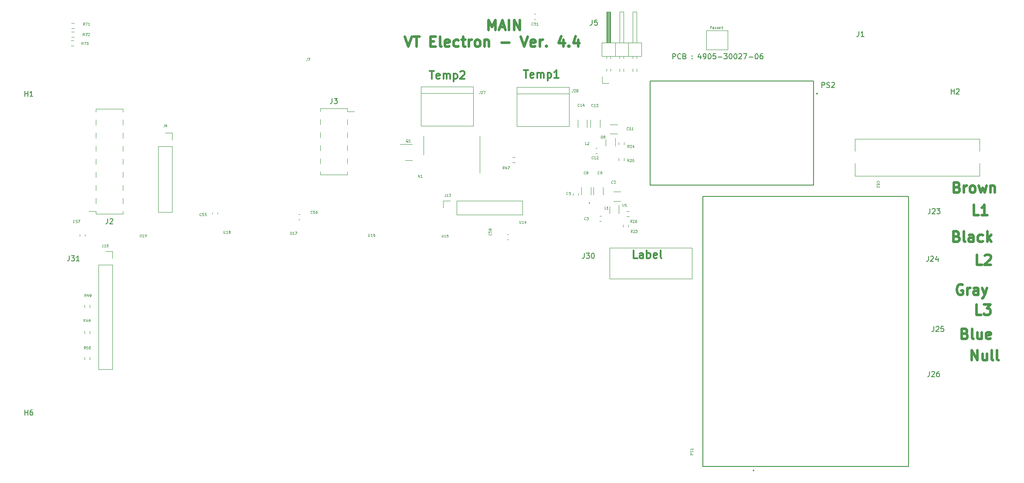
<source format=gbr>
%TF.GenerationSoftware,KiCad,Pcbnew,8.0.4*%
%TF.CreationDate,2024-09-18T10:43:36+01:00*%
%TF.ProjectId,Main_V44,4d61696e-5f56-4343-942e-6b696361645f,rev?*%
%TF.SameCoordinates,Original*%
%TF.FileFunction,Legend,Top*%
%TF.FilePolarity,Positive*%
%FSLAX46Y46*%
G04 Gerber Fmt 4.6, Leading zero omitted, Abs format (unit mm)*
G04 Created by KiCad (PCBNEW 8.0.4) date 2024-09-18 10:43:36*
%MOMM*%
%LPD*%
G01*
G04 APERTURE LIST*
%ADD10C,0.100000*%
%ADD11C,0.500000*%
%ADD12C,0.300000*%
%ADD13C,0.200000*%
%ADD14C,0.150000*%
%ADD15C,0.120000*%
%ADD16C,0.127000*%
G04 APERTURE END LIST*
D10*
X135661400Y12039600D02*
X139776200Y12039600D01*
X139776200Y8382000D01*
X135661400Y8382000D01*
X135661400Y12039600D01*
D11*
X185461495Y-37399276D02*
X185271019Y-37304038D01*
X185271019Y-37304038D02*
X184985305Y-37304038D01*
X184985305Y-37304038D02*
X184699590Y-37399276D01*
X184699590Y-37399276D02*
X184509114Y-37589752D01*
X184509114Y-37589752D02*
X184413876Y-37780228D01*
X184413876Y-37780228D02*
X184318638Y-38161180D01*
X184318638Y-38161180D02*
X184318638Y-38446895D01*
X184318638Y-38446895D02*
X184413876Y-38827847D01*
X184413876Y-38827847D02*
X184509114Y-39018323D01*
X184509114Y-39018323D02*
X184699590Y-39208800D01*
X184699590Y-39208800D02*
X184985305Y-39304038D01*
X184985305Y-39304038D02*
X185175781Y-39304038D01*
X185175781Y-39304038D02*
X185461495Y-39208800D01*
X185461495Y-39208800D02*
X185556733Y-39113561D01*
X185556733Y-39113561D02*
X185556733Y-38446895D01*
X185556733Y-38446895D02*
X185175781Y-38446895D01*
X186413876Y-39304038D02*
X186413876Y-37970704D01*
X186413876Y-38351657D02*
X186509114Y-38161180D01*
X186509114Y-38161180D02*
X186604352Y-38065942D01*
X186604352Y-38065942D02*
X186794828Y-37970704D01*
X186794828Y-37970704D02*
X186985305Y-37970704D01*
X188509114Y-39304038D02*
X188509114Y-38256419D01*
X188509114Y-38256419D02*
X188413876Y-38065942D01*
X188413876Y-38065942D02*
X188223400Y-37970704D01*
X188223400Y-37970704D02*
X187842447Y-37970704D01*
X187842447Y-37970704D02*
X187651971Y-38065942D01*
X188509114Y-39208800D02*
X188318638Y-39304038D01*
X188318638Y-39304038D02*
X187842447Y-39304038D01*
X187842447Y-39304038D02*
X187651971Y-39208800D01*
X187651971Y-39208800D02*
X187556733Y-39018323D01*
X187556733Y-39018323D02*
X187556733Y-38827847D01*
X187556733Y-38827847D02*
X187651971Y-38637371D01*
X187651971Y-38637371D02*
X187842447Y-38542133D01*
X187842447Y-38542133D02*
X188318638Y-38542133D01*
X188318638Y-38542133D02*
X188509114Y-38446895D01*
X189271019Y-37970704D02*
X189747209Y-39304038D01*
X190223400Y-37970704D02*
X189747209Y-39304038D01*
X189747209Y-39304038D02*
X189556733Y-39780228D01*
X189556733Y-39780228D02*
X189461495Y-39875466D01*
X189461495Y-39875466D02*
X189271019Y-39970704D01*
D12*
X81930515Y4174471D02*
X82787658Y4174471D01*
X82359086Y2674471D02*
X82359086Y4174471D01*
X83859086Y2745900D02*
X83716229Y2674471D01*
X83716229Y2674471D02*
X83430515Y2674471D01*
X83430515Y2674471D02*
X83287657Y2745900D01*
X83287657Y2745900D02*
X83216229Y2888757D01*
X83216229Y2888757D02*
X83216229Y3460185D01*
X83216229Y3460185D02*
X83287657Y3603042D01*
X83287657Y3603042D02*
X83430515Y3674471D01*
X83430515Y3674471D02*
X83716229Y3674471D01*
X83716229Y3674471D02*
X83859086Y3603042D01*
X83859086Y3603042D02*
X83930515Y3460185D01*
X83930515Y3460185D02*
X83930515Y3317328D01*
X83930515Y3317328D02*
X83216229Y3174471D01*
X84573371Y2674471D02*
X84573371Y3674471D01*
X84573371Y3531614D02*
X84644800Y3603042D01*
X84644800Y3603042D02*
X84787657Y3674471D01*
X84787657Y3674471D02*
X85001943Y3674471D01*
X85001943Y3674471D02*
X85144800Y3603042D01*
X85144800Y3603042D02*
X85216229Y3460185D01*
X85216229Y3460185D02*
X85216229Y2674471D01*
X85216229Y3460185D02*
X85287657Y3603042D01*
X85287657Y3603042D02*
X85430514Y3674471D01*
X85430514Y3674471D02*
X85644800Y3674471D01*
X85644800Y3674471D02*
X85787657Y3603042D01*
X85787657Y3603042D02*
X85859086Y3460185D01*
X85859086Y3460185D02*
X85859086Y2674471D01*
X86573371Y3674471D02*
X86573371Y2174471D01*
X86573371Y3603042D02*
X86716229Y3674471D01*
X86716229Y3674471D02*
X87001943Y3674471D01*
X87001943Y3674471D02*
X87144800Y3603042D01*
X87144800Y3603042D02*
X87216229Y3531614D01*
X87216229Y3531614D02*
X87287657Y3388757D01*
X87287657Y3388757D02*
X87287657Y2960185D01*
X87287657Y2960185D02*
X87216229Y2817328D01*
X87216229Y2817328D02*
X87144800Y2745900D01*
X87144800Y2745900D02*
X87001943Y2674471D01*
X87001943Y2674471D02*
X86716229Y2674471D01*
X86716229Y2674471D02*
X86573371Y2745900D01*
X87859086Y4031614D02*
X87930514Y4103042D01*
X87930514Y4103042D02*
X88073372Y4174471D01*
X88073372Y4174471D02*
X88430514Y4174471D01*
X88430514Y4174471D02*
X88573372Y4103042D01*
X88573372Y4103042D02*
X88644800Y4031614D01*
X88644800Y4031614D02*
X88716229Y3888757D01*
X88716229Y3888757D02*
X88716229Y3745900D01*
X88716229Y3745900D02*
X88644800Y3531614D01*
X88644800Y3531614D02*
X87787657Y2674471D01*
X87787657Y2674471D02*
X88716229Y2674471D01*
D11*
X184347219Y-27944019D02*
X184632933Y-28039257D01*
X184632933Y-28039257D02*
X184728171Y-28134495D01*
X184728171Y-28134495D02*
X184823409Y-28324971D01*
X184823409Y-28324971D02*
X184823409Y-28610685D01*
X184823409Y-28610685D02*
X184728171Y-28801161D01*
X184728171Y-28801161D02*
X184632933Y-28896400D01*
X184632933Y-28896400D02*
X184442457Y-28991638D01*
X184442457Y-28991638D02*
X183680552Y-28991638D01*
X183680552Y-28991638D02*
X183680552Y-26991638D01*
X183680552Y-26991638D02*
X184347219Y-26991638D01*
X184347219Y-26991638D02*
X184537695Y-27086876D01*
X184537695Y-27086876D02*
X184632933Y-27182114D01*
X184632933Y-27182114D02*
X184728171Y-27372590D01*
X184728171Y-27372590D02*
X184728171Y-27563066D01*
X184728171Y-27563066D02*
X184632933Y-27753542D01*
X184632933Y-27753542D02*
X184537695Y-27848780D01*
X184537695Y-27848780D02*
X184347219Y-27944019D01*
X184347219Y-27944019D02*
X183680552Y-27944019D01*
X185966266Y-28991638D02*
X185775790Y-28896400D01*
X185775790Y-28896400D02*
X185680552Y-28705923D01*
X185680552Y-28705923D02*
X185680552Y-26991638D01*
X187585314Y-28991638D02*
X187585314Y-27944019D01*
X187585314Y-27944019D02*
X187490076Y-27753542D01*
X187490076Y-27753542D02*
X187299600Y-27658304D01*
X187299600Y-27658304D02*
X186918647Y-27658304D01*
X186918647Y-27658304D02*
X186728171Y-27753542D01*
X187585314Y-28896400D02*
X187394838Y-28991638D01*
X187394838Y-28991638D02*
X186918647Y-28991638D01*
X186918647Y-28991638D02*
X186728171Y-28896400D01*
X186728171Y-28896400D02*
X186632933Y-28705923D01*
X186632933Y-28705923D02*
X186632933Y-28515447D01*
X186632933Y-28515447D02*
X186728171Y-28324971D01*
X186728171Y-28324971D02*
X186918647Y-28229733D01*
X186918647Y-28229733D02*
X187394838Y-28229733D01*
X187394838Y-28229733D02*
X187585314Y-28134495D01*
X189394838Y-28896400D02*
X189204362Y-28991638D01*
X189204362Y-28991638D02*
X188823409Y-28991638D01*
X188823409Y-28991638D02*
X188632933Y-28896400D01*
X188632933Y-28896400D02*
X188537695Y-28801161D01*
X188537695Y-28801161D02*
X188442457Y-28610685D01*
X188442457Y-28610685D02*
X188442457Y-28039257D01*
X188442457Y-28039257D02*
X188537695Y-27848780D01*
X188537695Y-27848780D02*
X188632933Y-27753542D01*
X188632933Y-27753542D02*
X188823409Y-27658304D01*
X188823409Y-27658304D02*
X189204362Y-27658304D01*
X189204362Y-27658304D02*
X189394838Y-27753542D01*
X190251981Y-28991638D02*
X190251981Y-26991638D01*
X190442457Y-28229733D02*
X191013886Y-28991638D01*
X191013886Y-27658304D02*
X190251981Y-28420209D01*
X189226866Y-33512838D02*
X188274485Y-33512838D01*
X188274485Y-33512838D02*
X188274485Y-31512838D01*
X189798295Y-31703314D02*
X189893533Y-31608076D01*
X189893533Y-31608076D02*
X190084009Y-31512838D01*
X190084009Y-31512838D02*
X190560200Y-31512838D01*
X190560200Y-31512838D02*
X190750676Y-31608076D01*
X190750676Y-31608076D02*
X190845914Y-31703314D01*
X190845914Y-31703314D02*
X190941152Y-31893790D01*
X190941152Y-31893790D02*
X190941152Y-32084266D01*
X190941152Y-32084266D02*
X190845914Y-32369980D01*
X190845914Y-32369980D02*
X189703057Y-33512838D01*
X189703057Y-33512838D02*
X190941152Y-33512838D01*
D12*
X100167715Y4352271D02*
X101024858Y4352271D01*
X100596286Y2852271D02*
X100596286Y4352271D01*
X102096286Y2923700D02*
X101953429Y2852271D01*
X101953429Y2852271D02*
X101667715Y2852271D01*
X101667715Y2852271D02*
X101524857Y2923700D01*
X101524857Y2923700D02*
X101453429Y3066557D01*
X101453429Y3066557D02*
X101453429Y3637985D01*
X101453429Y3637985D02*
X101524857Y3780842D01*
X101524857Y3780842D02*
X101667715Y3852271D01*
X101667715Y3852271D02*
X101953429Y3852271D01*
X101953429Y3852271D02*
X102096286Y3780842D01*
X102096286Y3780842D02*
X102167715Y3637985D01*
X102167715Y3637985D02*
X102167715Y3495128D01*
X102167715Y3495128D02*
X101453429Y3352271D01*
X102810571Y2852271D02*
X102810571Y3852271D01*
X102810571Y3709414D02*
X102882000Y3780842D01*
X102882000Y3780842D02*
X103024857Y3852271D01*
X103024857Y3852271D02*
X103239143Y3852271D01*
X103239143Y3852271D02*
X103382000Y3780842D01*
X103382000Y3780842D02*
X103453429Y3637985D01*
X103453429Y3637985D02*
X103453429Y2852271D01*
X103453429Y3637985D02*
X103524857Y3780842D01*
X103524857Y3780842D02*
X103667714Y3852271D01*
X103667714Y3852271D02*
X103882000Y3852271D01*
X103882000Y3852271D02*
X104024857Y3780842D01*
X104024857Y3780842D02*
X104096286Y3637985D01*
X104096286Y3637985D02*
X104096286Y2852271D01*
X104810571Y3852271D02*
X104810571Y2352271D01*
X104810571Y3780842D02*
X104953429Y3852271D01*
X104953429Y3852271D02*
X105239143Y3852271D01*
X105239143Y3852271D02*
X105382000Y3780842D01*
X105382000Y3780842D02*
X105453429Y3709414D01*
X105453429Y3709414D02*
X105524857Y3566557D01*
X105524857Y3566557D02*
X105524857Y3137985D01*
X105524857Y3137985D02*
X105453429Y2995128D01*
X105453429Y2995128D02*
X105382000Y2923700D01*
X105382000Y2923700D02*
X105239143Y2852271D01*
X105239143Y2852271D02*
X104953429Y2852271D01*
X104953429Y2852271D02*
X104810571Y2923700D01*
X106953429Y2852271D02*
X106096286Y2852271D01*
X106524857Y2852271D02*
X106524857Y4352271D01*
X106524857Y4352271D02*
X106382000Y4137985D01*
X106382000Y4137985D02*
X106239143Y3995128D01*
X106239143Y3995128D02*
X106096286Y3923700D01*
D11*
X184398067Y-18393619D02*
X184683781Y-18488857D01*
X184683781Y-18488857D02*
X184779019Y-18584095D01*
X184779019Y-18584095D02*
X184874257Y-18774571D01*
X184874257Y-18774571D02*
X184874257Y-19060285D01*
X184874257Y-19060285D02*
X184779019Y-19250761D01*
X184779019Y-19250761D02*
X184683781Y-19346000D01*
X184683781Y-19346000D02*
X184493305Y-19441238D01*
X184493305Y-19441238D02*
X183731400Y-19441238D01*
X183731400Y-19441238D02*
X183731400Y-17441238D01*
X183731400Y-17441238D02*
X184398067Y-17441238D01*
X184398067Y-17441238D02*
X184588543Y-17536476D01*
X184588543Y-17536476D02*
X184683781Y-17631714D01*
X184683781Y-17631714D02*
X184779019Y-17822190D01*
X184779019Y-17822190D02*
X184779019Y-18012666D01*
X184779019Y-18012666D02*
X184683781Y-18203142D01*
X184683781Y-18203142D02*
X184588543Y-18298380D01*
X184588543Y-18298380D02*
X184398067Y-18393619D01*
X184398067Y-18393619D02*
X183731400Y-18393619D01*
X185731400Y-19441238D02*
X185731400Y-18107904D01*
X185731400Y-18488857D02*
X185826638Y-18298380D01*
X185826638Y-18298380D02*
X185921876Y-18203142D01*
X185921876Y-18203142D02*
X186112352Y-18107904D01*
X186112352Y-18107904D02*
X186302829Y-18107904D01*
X187255209Y-19441238D02*
X187064733Y-19346000D01*
X187064733Y-19346000D02*
X186969495Y-19250761D01*
X186969495Y-19250761D02*
X186874257Y-19060285D01*
X186874257Y-19060285D02*
X186874257Y-18488857D01*
X186874257Y-18488857D02*
X186969495Y-18298380D01*
X186969495Y-18298380D02*
X187064733Y-18203142D01*
X187064733Y-18203142D02*
X187255209Y-18107904D01*
X187255209Y-18107904D02*
X187540924Y-18107904D01*
X187540924Y-18107904D02*
X187731400Y-18203142D01*
X187731400Y-18203142D02*
X187826638Y-18298380D01*
X187826638Y-18298380D02*
X187921876Y-18488857D01*
X187921876Y-18488857D02*
X187921876Y-19060285D01*
X187921876Y-19060285D02*
X187826638Y-19250761D01*
X187826638Y-19250761D02*
X187731400Y-19346000D01*
X187731400Y-19346000D02*
X187540924Y-19441238D01*
X187540924Y-19441238D02*
X187255209Y-19441238D01*
X188588543Y-18107904D02*
X188969495Y-19441238D01*
X188969495Y-19441238D02*
X189350448Y-18488857D01*
X189350448Y-18488857D02*
X189731400Y-19441238D01*
X189731400Y-19441238D02*
X190112352Y-18107904D01*
X190874257Y-18107904D02*
X190874257Y-19441238D01*
X190874257Y-18298380D02*
X190969495Y-18203142D01*
X190969495Y-18203142D02*
X191159971Y-18107904D01*
X191159971Y-18107904D02*
X191445686Y-18107904D01*
X191445686Y-18107904D02*
X191636162Y-18203142D01*
X191636162Y-18203142D02*
X191731400Y-18393619D01*
X191731400Y-18393619D02*
X191731400Y-19441238D01*
X188566466Y-23810038D02*
X187614085Y-23810038D01*
X187614085Y-23810038D02*
X187614085Y-21810038D01*
X190280752Y-23810038D02*
X189137895Y-23810038D01*
X189709323Y-23810038D02*
X189709323Y-21810038D01*
X189709323Y-21810038D02*
X189518847Y-22095752D01*
X189518847Y-22095752D02*
X189328371Y-22286228D01*
X189328371Y-22286228D02*
X189137895Y-22381466D01*
X189125266Y-43190238D02*
X188172885Y-43190238D01*
X188172885Y-43190238D02*
X188172885Y-41190238D01*
X189601457Y-41190238D02*
X190839552Y-41190238D01*
X190839552Y-41190238D02*
X190172885Y-41952142D01*
X190172885Y-41952142D02*
X190458600Y-41952142D01*
X190458600Y-41952142D02*
X190649076Y-42047380D01*
X190649076Y-42047380D02*
X190744314Y-42142619D01*
X190744314Y-42142619D02*
X190839552Y-42333095D01*
X190839552Y-42333095D02*
X190839552Y-42809285D01*
X190839552Y-42809285D02*
X190744314Y-42999761D01*
X190744314Y-42999761D02*
X190649076Y-43095000D01*
X190649076Y-43095000D02*
X190458600Y-43190238D01*
X190458600Y-43190238D02*
X189887171Y-43190238D01*
X189887171Y-43190238D02*
X189696695Y-43095000D01*
X189696695Y-43095000D02*
X189601457Y-42999761D01*
D12*
X122252028Y-32174328D02*
X121537742Y-32174328D01*
X121537742Y-32174328D02*
X121537742Y-30674328D01*
X123394886Y-32174328D02*
X123394886Y-31388614D01*
X123394886Y-31388614D02*
X123323457Y-31245757D01*
X123323457Y-31245757D02*
X123180600Y-31174328D01*
X123180600Y-31174328D02*
X122894886Y-31174328D01*
X122894886Y-31174328D02*
X122752028Y-31245757D01*
X123394886Y-32102900D02*
X123252028Y-32174328D01*
X123252028Y-32174328D02*
X122894886Y-32174328D01*
X122894886Y-32174328D02*
X122752028Y-32102900D01*
X122752028Y-32102900D02*
X122680600Y-31960042D01*
X122680600Y-31960042D02*
X122680600Y-31817185D01*
X122680600Y-31817185D02*
X122752028Y-31674328D01*
X122752028Y-31674328D02*
X122894886Y-31602900D01*
X122894886Y-31602900D02*
X123252028Y-31602900D01*
X123252028Y-31602900D02*
X123394886Y-31531471D01*
X124109171Y-32174328D02*
X124109171Y-30674328D01*
X124109171Y-31245757D02*
X124252029Y-31174328D01*
X124252029Y-31174328D02*
X124537743Y-31174328D01*
X124537743Y-31174328D02*
X124680600Y-31245757D01*
X124680600Y-31245757D02*
X124752029Y-31317185D01*
X124752029Y-31317185D02*
X124823457Y-31460042D01*
X124823457Y-31460042D02*
X124823457Y-31888614D01*
X124823457Y-31888614D02*
X124752029Y-32031471D01*
X124752029Y-32031471D02*
X124680600Y-32102900D01*
X124680600Y-32102900D02*
X124537743Y-32174328D01*
X124537743Y-32174328D02*
X124252029Y-32174328D01*
X124252029Y-32174328D02*
X124109171Y-32102900D01*
X126037743Y-32102900D02*
X125894886Y-32174328D01*
X125894886Y-32174328D02*
X125609172Y-32174328D01*
X125609172Y-32174328D02*
X125466314Y-32102900D01*
X125466314Y-32102900D02*
X125394886Y-31960042D01*
X125394886Y-31960042D02*
X125394886Y-31388614D01*
X125394886Y-31388614D02*
X125466314Y-31245757D01*
X125466314Y-31245757D02*
X125609172Y-31174328D01*
X125609172Y-31174328D02*
X125894886Y-31174328D01*
X125894886Y-31174328D02*
X126037743Y-31245757D01*
X126037743Y-31245757D02*
X126109172Y-31388614D01*
X126109172Y-31388614D02*
X126109172Y-31531471D01*
X126109172Y-31531471D02*
X125394886Y-31674328D01*
X126966314Y-32174328D02*
X126823457Y-32102900D01*
X126823457Y-32102900D02*
X126752028Y-31960042D01*
X126752028Y-31960042D02*
X126752028Y-30674328D01*
D11*
X93345096Y12140705D02*
X93345096Y14140705D01*
X93345096Y14140705D02*
X94011763Y12712134D01*
X94011763Y12712134D02*
X94678429Y14140705D01*
X94678429Y14140705D02*
X94678429Y12140705D01*
X95535572Y12712134D02*
X96487953Y12712134D01*
X95345096Y12140705D02*
X96011762Y14140705D01*
X96011762Y14140705D02*
X96678429Y12140705D01*
X97345096Y12140705D02*
X97345096Y14140705D01*
X98297477Y12140705D02*
X98297477Y14140705D01*
X98297477Y14140705D02*
X99440334Y12140705D01*
X99440334Y12140705D02*
X99440334Y14140705D01*
X77059379Y10920817D02*
X77726045Y8920817D01*
X77726045Y8920817D02*
X78392712Y10920817D01*
X78773665Y10920817D02*
X79916522Y10920817D01*
X79345093Y8920817D02*
X79345093Y10920817D01*
X82106999Y9968436D02*
X82773666Y9968436D01*
X83059380Y8920817D02*
X82106999Y8920817D01*
X82106999Y8920817D02*
X82106999Y10920817D01*
X82106999Y10920817D02*
X83059380Y10920817D01*
X84202237Y8920817D02*
X84011761Y9016056D01*
X84011761Y9016056D02*
X83916523Y9206532D01*
X83916523Y9206532D02*
X83916523Y10920817D01*
X85726047Y9016056D02*
X85535571Y8920817D01*
X85535571Y8920817D02*
X85154618Y8920817D01*
X85154618Y8920817D02*
X84964142Y9016056D01*
X84964142Y9016056D02*
X84868904Y9206532D01*
X84868904Y9206532D02*
X84868904Y9968436D01*
X84868904Y9968436D02*
X84964142Y10158913D01*
X84964142Y10158913D02*
X85154618Y10254151D01*
X85154618Y10254151D02*
X85535571Y10254151D01*
X85535571Y10254151D02*
X85726047Y10158913D01*
X85726047Y10158913D02*
X85821285Y9968436D01*
X85821285Y9968436D02*
X85821285Y9777960D01*
X85821285Y9777960D02*
X84868904Y9587484D01*
X87535571Y9016056D02*
X87345095Y8920817D01*
X87345095Y8920817D02*
X86964142Y8920817D01*
X86964142Y8920817D02*
X86773666Y9016056D01*
X86773666Y9016056D02*
X86678428Y9111294D01*
X86678428Y9111294D02*
X86583190Y9301770D01*
X86583190Y9301770D02*
X86583190Y9873198D01*
X86583190Y9873198D02*
X86678428Y10063675D01*
X86678428Y10063675D02*
X86773666Y10158913D01*
X86773666Y10158913D02*
X86964142Y10254151D01*
X86964142Y10254151D02*
X87345095Y10254151D01*
X87345095Y10254151D02*
X87535571Y10158913D01*
X88107000Y10254151D02*
X88868904Y10254151D01*
X88392714Y10920817D02*
X88392714Y9206532D01*
X88392714Y9206532D02*
X88487952Y9016056D01*
X88487952Y9016056D02*
X88678428Y8920817D01*
X88678428Y8920817D02*
X88868904Y8920817D01*
X89535571Y8920817D02*
X89535571Y10254151D01*
X89535571Y9873198D02*
X89630809Y10063675D01*
X89630809Y10063675D02*
X89726047Y10158913D01*
X89726047Y10158913D02*
X89916523Y10254151D01*
X89916523Y10254151D02*
X90107000Y10254151D01*
X91059380Y8920817D02*
X90868904Y9016056D01*
X90868904Y9016056D02*
X90773666Y9111294D01*
X90773666Y9111294D02*
X90678428Y9301770D01*
X90678428Y9301770D02*
X90678428Y9873198D01*
X90678428Y9873198D02*
X90773666Y10063675D01*
X90773666Y10063675D02*
X90868904Y10158913D01*
X90868904Y10158913D02*
X91059380Y10254151D01*
X91059380Y10254151D02*
X91345095Y10254151D01*
X91345095Y10254151D02*
X91535571Y10158913D01*
X91535571Y10158913D02*
X91630809Y10063675D01*
X91630809Y10063675D02*
X91726047Y9873198D01*
X91726047Y9873198D02*
X91726047Y9301770D01*
X91726047Y9301770D02*
X91630809Y9111294D01*
X91630809Y9111294D02*
X91535571Y9016056D01*
X91535571Y9016056D02*
X91345095Y8920817D01*
X91345095Y8920817D02*
X91059380Y8920817D01*
X92583190Y10254151D02*
X92583190Y8920817D01*
X92583190Y10063675D02*
X92678428Y10158913D01*
X92678428Y10158913D02*
X92868904Y10254151D01*
X92868904Y10254151D02*
X93154619Y10254151D01*
X93154619Y10254151D02*
X93345095Y10158913D01*
X93345095Y10158913D02*
X93440333Y9968436D01*
X93440333Y9968436D02*
X93440333Y8920817D01*
X95916524Y9682722D02*
X97440334Y9682722D01*
X99630810Y10920817D02*
X100297476Y8920817D01*
X100297476Y8920817D02*
X100964143Y10920817D01*
X102392715Y9016056D02*
X102202239Y8920817D01*
X102202239Y8920817D02*
X101821286Y8920817D01*
X101821286Y8920817D02*
X101630810Y9016056D01*
X101630810Y9016056D02*
X101535572Y9206532D01*
X101535572Y9206532D02*
X101535572Y9968436D01*
X101535572Y9968436D02*
X101630810Y10158913D01*
X101630810Y10158913D02*
X101821286Y10254151D01*
X101821286Y10254151D02*
X102202239Y10254151D01*
X102202239Y10254151D02*
X102392715Y10158913D01*
X102392715Y10158913D02*
X102487953Y9968436D01*
X102487953Y9968436D02*
X102487953Y9777960D01*
X102487953Y9777960D02*
X101535572Y9587484D01*
X103345096Y8920817D02*
X103345096Y10254151D01*
X103345096Y9873198D02*
X103440334Y10063675D01*
X103440334Y10063675D02*
X103535572Y10158913D01*
X103535572Y10158913D02*
X103726048Y10254151D01*
X103726048Y10254151D02*
X103916525Y10254151D01*
X104583191Y9111294D02*
X104678429Y9016056D01*
X104678429Y9016056D02*
X104583191Y8920817D01*
X104583191Y8920817D02*
X104487953Y9016056D01*
X104487953Y9016056D02*
X104583191Y9111294D01*
X104583191Y9111294D02*
X104583191Y8920817D01*
X107916525Y10254151D02*
X107916525Y8920817D01*
X107440334Y11016056D02*
X106964144Y9587484D01*
X106964144Y9587484D02*
X108202239Y9587484D01*
X108964144Y9111294D02*
X109059382Y9016056D01*
X109059382Y9016056D02*
X108964144Y8920817D01*
X108964144Y8920817D02*
X108868906Y9016056D01*
X108868906Y9016056D02*
X108964144Y9111294D01*
X108964144Y9111294D02*
X108964144Y8920817D01*
X110773668Y10254151D02*
X110773668Y8920817D01*
X110297477Y11016056D02*
X109821287Y9587484D01*
X109821287Y9587484D02*
X111059382Y9587484D01*
D10*
X136414819Y12448490D02*
X136414819Y12948490D01*
X136414819Y12948490D02*
X136605295Y12948490D01*
X136605295Y12948490D02*
X136652914Y12924680D01*
X136652914Y12924680D02*
X136676724Y12900871D01*
X136676724Y12900871D02*
X136700533Y12853252D01*
X136700533Y12853252D02*
X136700533Y12781823D01*
X136700533Y12781823D02*
X136676724Y12734204D01*
X136676724Y12734204D02*
X136652914Y12710395D01*
X136652914Y12710395D02*
X136605295Y12686585D01*
X136605295Y12686585D02*
X136414819Y12686585D01*
X137129105Y12448490D02*
X137129105Y12710395D01*
X137129105Y12710395D02*
X137105295Y12758014D01*
X137105295Y12758014D02*
X137057676Y12781823D01*
X137057676Y12781823D02*
X136962438Y12781823D01*
X136962438Y12781823D02*
X136914819Y12758014D01*
X137129105Y12472300D02*
X137081486Y12448490D01*
X137081486Y12448490D02*
X136962438Y12448490D01*
X136962438Y12448490D02*
X136914819Y12472300D01*
X136914819Y12472300D02*
X136891010Y12519919D01*
X136891010Y12519919D02*
X136891010Y12567538D01*
X136891010Y12567538D02*
X136914819Y12615157D01*
X136914819Y12615157D02*
X136962438Y12638966D01*
X136962438Y12638966D02*
X137081486Y12638966D01*
X137081486Y12638966D02*
X137129105Y12662776D01*
X137343391Y12472300D02*
X137391010Y12448490D01*
X137391010Y12448490D02*
X137486248Y12448490D01*
X137486248Y12448490D02*
X137533867Y12472300D01*
X137533867Y12472300D02*
X137557676Y12519919D01*
X137557676Y12519919D02*
X137557676Y12543728D01*
X137557676Y12543728D02*
X137533867Y12591347D01*
X137533867Y12591347D02*
X137486248Y12615157D01*
X137486248Y12615157D02*
X137414819Y12615157D01*
X137414819Y12615157D02*
X137367200Y12638966D01*
X137367200Y12638966D02*
X137343391Y12686585D01*
X137343391Y12686585D02*
X137343391Y12710395D01*
X137343391Y12710395D02*
X137367200Y12758014D01*
X137367200Y12758014D02*
X137414819Y12781823D01*
X137414819Y12781823D02*
X137486248Y12781823D01*
X137486248Y12781823D02*
X137533867Y12758014D01*
X137748153Y12472300D02*
X137795772Y12448490D01*
X137795772Y12448490D02*
X137891010Y12448490D01*
X137891010Y12448490D02*
X137938629Y12472300D01*
X137938629Y12472300D02*
X137962438Y12519919D01*
X137962438Y12519919D02*
X137962438Y12543728D01*
X137962438Y12543728D02*
X137938629Y12591347D01*
X137938629Y12591347D02*
X137891010Y12615157D01*
X137891010Y12615157D02*
X137819581Y12615157D01*
X137819581Y12615157D02*
X137771962Y12638966D01*
X137771962Y12638966D02*
X137748153Y12686585D01*
X137748153Y12686585D02*
X137748153Y12710395D01*
X137748153Y12710395D02*
X137771962Y12758014D01*
X137771962Y12758014D02*
X137819581Y12781823D01*
X137819581Y12781823D02*
X137891010Y12781823D01*
X137891010Y12781823D02*
X137938629Y12758014D01*
X138367200Y12472300D02*
X138319581Y12448490D01*
X138319581Y12448490D02*
X138224343Y12448490D01*
X138224343Y12448490D02*
X138176724Y12472300D01*
X138176724Y12472300D02*
X138152915Y12519919D01*
X138152915Y12519919D02*
X138152915Y12710395D01*
X138152915Y12710395D02*
X138176724Y12758014D01*
X138176724Y12758014D02*
X138224343Y12781823D01*
X138224343Y12781823D02*
X138319581Y12781823D01*
X138319581Y12781823D02*
X138367200Y12758014D01*
X138367200Y12758014D02*
X138391010Y12710395D01*
X138391010Y12710395D02*
X138391010Y12662776D01*
X138391010Y12662776D02*
X138152915Y12615157D01*
X138819581Y12448490D02*
X138819581Y12948490D01*
X138819581Y12472300D02*
X138771962Y12448490D01*
X138771962Y12448490D02*
X138676724Y12448490D01*
X138676724Y12448490D02*
X138629105Y12472300D01*
X138629105Y12472300D02*
X138605295Y12496109D01*
X138605295Y12496109D02*
X138581486Y12543728D01*
X138581486Y12543728D02*
X138581486Y12686585D01*
X138581486Y12686585D02*
X138605295Y12734204D01*
X138605295Y12734204D02*
X138629105Y12758014D01*
X138629105Y12758014D02*
X138676724Y12781823D01*
X138676724Y12781823D02*
X138771962Y12781823D01*
X138771962Y12781823D02*
X138819581Y12758014D01*
D11*
X187214190Y-52054838D02*
X187214190Y-50054838D01*
X187214190Y-50054838D02*
X188357047Y-52054838D01*
X188357047Y-52054838D02*
X188357047Y-50054838D01*
X190166571Y-50721504D02*
X190166571Y-52054838D01*
X189309428Y-50721504D02*
X189309428Y-51769123D01*
X189309428Y-51769123D02*
X189404666Y-51959600D01*
X189404666Y-51959600D02*
X189595142Y-52054838D01*
X189595142Y-52054838D02*
X189880857Y-52054838D01*
X189880857Y-52054838D02*
X190071333Y-51959600D01*
X190071333Y-51959600D02*
X190166571Y-51864361D01*
X191404666Y-52054838D02*
X191214190Y-51959600D01*
X191214190Y-51959600D02*
X191118952Y-51769123D01*
X191118952Y-51769123D02*
X191118952Y-50054838D01*
X192452285Y-52054838D02*
X192261809Y-51959600D01*
X192261809Y-51959600D02*
X192166571Y-51769123D01*
X192166571Y-51769123D02*
X192166571Y-50054838D01*
D13*
X129133152Y6558180D02*
X129133152Y7558180D01*
X129133152Y7558180D02*
X129514104Y7558180D01*
X129514104Y7558180D02*
X129609342Y7510561D01*
X129609342Y7510561D02*
X129656961Y7462942D01*
X129656961Y7462942D02*
X129704580Y7367704D01*
X129704580Y7367704D02*
X129704580Y7224847D01*
X129704580Y7224847D02*
X129656961Y7129609D01*
X129656961Y7129609D02*
X129609342Y7081990D01*
X129609342Y7081990D02*
X129514104Y7034371D01*
X129514104Y7034371D02*
X129133152Y7034371D01*
X130704580Y6653419D02*
X130656961Y6605800D01*
X130656961Y6605800D02*
X130514104Y6558180D01*
X130514104Y6558180D02*
X130418866Y6558180D01*
X130418866Y6558180D02*
X130276009Y6605800D01*
X130276009Y6605800D02*
X130180771Y6701038D01*
X130180771Y6701038D02*
X130133152Y6796276D01*
X130133152Y6796276D02*
X130085533Y6986752D01*
X130085533Y6986752D02*
X130085533Y7129609D01*
X130085533Y7129609D02*
X130133152Y7320085D01*
X130133152Y7320085D02*
X130180771Y7415323D01*
X130180771Y7415323D02*
X130276009Y7510561D01*
X130276009Y7510561D02*
X130418866Y7558180D01*
X130418866Y7558180D02*
X130514104Y7558180D01*
X130514104Y7558180D02*
X130656961Y7510561D01*
X130656961Y7510561D02*
X130704580Y7462942D01*
X131466485Y7081990D02*
X131609342Y7034371D01*
X131609342Y7034371D02*
X131656961Y6986752D01*
X131656961Y6986752D02*
X131704580Y6891514D01*
X131704580Y6891514D02*
X131704580Y6748657D01*
X131704580Y6748657D02*
X131656961Y6653419D01*
X131656961Y6653419D02*
X131609342Y6605800D01*
X131609342Y6605800D02*
X131514104Y6558180D01*
X131514104Y6558180D02*
X131133152Y6558180D01*
X131133152Y6558180D02*
X131133152Y7558180D01*
X131133152Y7558180D02*
X131466485Y7558180D01*
X131466485Y7558180D02*
X131561723Y7510561D01*
X131561723Y7510561D02*
X131609342Y7462942D01*
X131609342Y7462942D02*
X131656961Y7367704D01*
X131656961Y7367704D02*
X131656961Y7272466D01*
X131656961Y7272466D02*
X131609342Y7177228D01*
X131609342Y7177228D02*
X131561723Y7129609D01*
X131561723Y7129609D02*
X131466485Y7081990D01*
X131466485Y7081990D02*
X131133152Y7081990D01*
X132895057Y6653419D02*
X132942676Y6605800D01*
X132942676Y6605800D02*
X132895057Y6558180D01*
X132895057Y6558180D02*
X132847438Y6605800D01*
X132847438Y6605800D02*
X132895057Y6653419D01*
X132895057Y6653419D02*
X132895057Y6558180D01*
X132895057Y7177228D02*
X132942676Y7129609D01*
X132942676Y7129609D02*
X132895057Y7081990D01*
X132895057Y7081990D02*
X132847438Y7129609D01*
X132847438Y7129609D02*
X132895057Y7177228D01*
X132895057Y7177228D02*
X132895057Y7081990D01*
X134561723Y7224847D02*
X134561723Y6558180D01*
X134323628Y7605800D02*
X134085533Y6891514D01*
X134085533Y6891514D02*
X134704580Y6891514D01*
X135133152Y6558180D02*
X135323628Y6558180D01*
X135323628Y6558180D02*
X135418866Y6605800D01*
X135418866Y6605800D02*
X135466485Y6653419D01*
X135466485Y6653419D02*
X135561723Y6796276D01*
X135561723Y6796276D02*
X135609342Y6986752D01*
X135609342Y6986752D02*
X135609342Y7367704D01*
X135609342Y7367704D02*
X135561723Y7462942D01*
X135561723Y7462942D02*
X135514104Y7510561D01*
X135514104Y7510561D02*
X135418866Y7558180D01*
X135418866Y7558180D02*
X135228390Y7558180D01*
X135228390Y7558180D02*
X135133152Y7510561D01*
X135133152Y7510561D02*
X135085533Y7462942D01*
X135085533Y7462942D02*
X135037914Y7367704D01*
X135037914Y7367704D02*
X135037914Y7129609D01*
X135037914Y7129609D02*
X135085533Y7034371D01*
X135085533Y7034371D02*
X135133152Y6986752D01*
X135133152Y6986752D02*
X135228390Y6939133D01*
X135228390Y6939133D02*
X135418866Y6939133D01*
X135418866Y6939133D02*
X135514104Y6986752D01*
X135514104Y6986752D02*
X135561723Y7034371D01*
X135561723Y7034371D02*
X135609342Y7129609D01*
X136228390Y7558180D02*
X136323628Y7558180D01*
X136323628Y7558180D02*
X136418866Y7510561D01*
X136418866Y7510561D02*
X136466485Y7462942D01*
X136466485Y7462942D02*
X136514104Y7367704D01*
X136514104Y7367704D02*
X136561723Y7177228D01*
X136561723Y7177228D02*
X136561723Y6939133D01*
X136561723Y6939133D02*
X136514104Y6748657D01*
X136514104Y6748657D02*
X136466485Y6653419D01*
X136466485Y6653419D02*
X136418866Y6605800D01*
X136418866Y6605800D02*
X136323628Y6558180D01*
X136323628Y6558180D02*
X136228390Y6558180D01*
X136228390Y6558180D02*
X136133152Y6605800D01*
X136133152Y6605800D02*
X136085533Y6653419D01*
X136085533Y6653419D02*
X136037914Y6748657D01*
X136037914Y6748657D02*
X135990295Y6939133D01*
X135990295Y6939133D02*
X135990295Y7177228D01*
X135990295Y7177228D02*
X136037914Y7367704D01*
X136037914Y7367704D02*
X136085533Y7462942D01*
X136085533Y7462942D02*
X136133152Y7510561D01*
X136133152Y7510561D02*
X136228390Y7558180D01*
X137466485Y7558180D02*
X136990295Y7558180D01*
X136990295Y7558180D02*
X136942676Y7081990D01*
X136942676Y7081990D02*
X136990295Y7129609D01*
X136990295Y7129609D02*
X137085533Y7177228D01*
X137085533Y7177228D02*
X137323628Y7177228D01*
X137323628Y7177228D02*
X137418866Y7129609D01*
X137418866Y7129609D02*
X137466485Y7081990D01*
X137466485Y7081990D02*
X137514104Y6986752D01*
X137514104Y6986752D02*
X137514104Y6748657D01*
X137514104Y6748657D02*
X137466485Y6653419D01*
X137466485Y6653419D02*
X137418866Y6605800D01*
X137418866Y6605800D02*
X137323628Y6558180D01*
X137323628Y6558180D02*
X137085533Y6558180D01*
X137085533Y6558180D02*
X136990295Y6605800D01*
X136990295Y6605800D02*
X136942676Y6653419D01*
X137942676Y6939133D02*
X138704581Y6939133D01*
X139085533Y7558180D02*
X139704580Y7558180D01*
X139704580Y7558180D02*
X139371247Y7177228D01*
X139371247Y7177228D02*
X139514104Y7177228D01*
X139514104Y7177228D02*
X139609342Y7129609D01*
X139609342Y7129609D02*
X139656961Y7081990D01*
X139656961Y7081990D02*
X139704580Y6986752D01*
X139704580Y6986752D02*
X139704580Y6748657D01*
X139704580Y6748657D02*
X139656961Y6653419D01*
X139656961Y6653419D02*
X139609342Y6605800D01*
X139609342Y6605800D02*
X139514104Y6558180D01*
X139514104Y6558180D02*
X139228390Y6558180D01*
X139228390Y6558180D02*
X139133152Y6605800D01*
X139133152Y6605800D02*
X139085533Y6653419D01*
X140323628Y7558180D02*
X140418866Y7558180D01*
X140418866Y7558180D02*
X140514104Y7510561D01*
X140514104Y7510561D02*
X140561723Y7462942D01*
X140561723Y7462942D02*
X140609342Y7367704D01*
X140609342Y7367704D02*
X140656961Y7177228D01*
X140656961Y7177228D02*
X140656961Y6939133D01*
X140656961Y6939133D02*
X140609342Y6748657D01*
X140609342Y6748657D02*
X140561723Y6653419D01*
X140561723Y6653419D02*
X140514104Y6605800D01*
X140514104Y6605800D02*
X140418866Y6558180D01*
X140418866Y6558180D02*
X140323628Y6558180D01*
X140323628Y6558180D02*
X140228390Y6605800D01*
X140228390Y6605800D02*
X140180771Y6653419D01*
X140180771Y6653419D02*
X140133152Y6748657D01*
X140133152Y6748657D02*
X140085533Y6939133D01*
X140085533Y6939133D02*
X140085533Y7177228D01*
X140085533Y7177228D02*
X140133152Y7367704D01*
X140133152Y7367704D02*
X140180771Y7462942D01*
X140180771Y7462942D02*
X140228390Y7510561D01*
X140228390Y7510561D02*
X140323628Y7558180D01*
X141276009Y7558180D02*
X141371247Y7558180D01*
X141371247Y7558180D02*
X141466485Y7510561D01*
X141466485Y7510561D02*
X141514104Y7462942D01*
X141514104Y7462942D02*
X141561723Y7367704D01*
X141561723Y7367704D02*
X141609342Y7177228D01*
X141609342Y7177228D02*
X141609342Y6939133D01*
X141609342Y6939133D02*
X141561723Y6748657D01*
X141561723Y6748657D02*
X141514104Y6653419D01*
X141514104Y6653419D02*
X141466485Y6605800D01*
X141466485Y6605800D02*
X141371247Y6558180D01*
X141371247Y6558180D02*
X141276009Y6558180D01*
X141276009Y6558180D02*
X141180771Y6605800D01*
X141180771Y6605800D02*
X141133152Y6653419D01*
X141133152Y6653419D02*
X141085533Y6748657D01*
X141085533Y6748657D02*
X141037914Y6939133D01*
X141037914Y6939133D02*
X141037914Y7177228D01*
X141037914Y7177228D02*
X141085533Y7367704D01*
X141085533Y7367704D02*
X141133152Y7462942D01*
X141133152Y7462942D02*
X141180771Y7510561D01*
X141180771Y7510561D02*
X141276009Y7558180D01*
X141990295Y7462942D02*
X142037914Y7510561D01*
X142037914Y7510561D02*
X142133152Y7558180D01*
X142133152Y7558180D02*
X142371247Y7558180D01*
X142371247Y7558180D02*
X142466485Y7510561D01*
X142466485Y7510561D02*
X142514104Y7462942D01*
X142514104Y7462942D02*
X142561723Y7367704D01*
X142561723Y7367704D02*
X142561723Y7272466D01*
X142561723Y7272466D02*
X142514104Y7129609D01*
X142514104Y7129609D02*
X141942676Y6558180D01*
X141942676Y6558180D02*
X142561723Y6558180D01*
X142895057Y7558180D02*
X143561723Y7558180D01*
X143561723Y7558180D02*
X143133152Y6558180D01*
X143942676Y6939133D02*
X144704581Y6939133D01*
X145371247Y7558180D02*
X145466485Y7558180D01*
X145466485Y7558180D02*
X145561723Y7510561D01*
X145561723Y7510561D02*
X145609342Y7462942D01*
X145609342Y7462942D02*
X145656961Y7367704D01*
X145656961Y7367704D02*
X145704580Y7177228D01*
X145704580Y7177228D02*
X145704580Y6939133D01*
X145704580Y6939133D02*
X145656961Y6748657D01*
X145656961Y6748657D02*
X145609342Y6653419D01*
X145609342Y6653419D02*
X145561723Y6605800D01*
X145561723Y6605800D02*
X145466485Y6558180D01*
X145466485Y6558180D02*
X145371247Y6558180D01*
X145371247Y6558180D02*
X145276009Y6605800D01*
X145276009Y6605800D02*
X145228390Y6653419D01*
X145228390Y6653419D02*
X145180771Y6748657D01*
X145180771Y6748657D02*
X145133152Y6939133D01*
X145133152Y6939133D02*
X145133152Y7177228D01*
X145133152Y7177228D02*
X145180771Y7367704D01*
X145180771Y7367704D02*
X145228390Y7462942D01*
X145228390Y7462942D02*
X145276009Y7510561D01*
X145276009Y7510561D02*
X145371247Y7558180D01*
X146561723Y7558180D02*
X146371247Y7558180D01*
X146371247Y7558180D02*
X146276009Y7510561D01*
X146276009Y7510561D02*
X146228390Y7462942D01*
X146228390Y7462942D02*
X146133152Y7320085D01*
X146133152Y7320085D02*
X146085533Y7129609D01*
X146085533Y7129609D02*
X146085533Y6748657D01*
X146085533Y6748657D02*
X146133152Y6653419D01*
X146133152Y6653419D02*
X146180771Y6605800D01*
X146180771Y6605800D02*
X146276009Y6558180D01*
X146276009Y6558180D02*
X146466485Y6558180D01*
X146466485Y6558180D02*
X146561723Y6605800D01*
X146561723Y6605800D02*
X146609342Y6653419D01*
X146609342Y6653419D02*
X146656961Y6748657D01*
X146656961Y6748657D02*
X146656961Y6986752D01*
X146656961Y6986752D02*
X146609342Y7081990D01*
X146609342Y7081990D02*
X146561723Y7129609D01*
X146561723Y7129609D02*
X146466485Y7177228D01*
X146466485Y7177228D02*
X146276009Y7177228D01*
X146276009Y7177228D02*
X146180771Y7129609D01*
X146180771Y7129609D02*
X146133152Y7081990D01*
X146133152Y7081990D02*
X146085533Y6986752D01*
D11*
X185944143Y-46857275D02*
X186229857Y-46952513D01*
X186229857Y-46952513D02*
X186325095Y-47047751D01*
X186325095Y-47047751D02*
X186420333Y-47238227D01*
X186420333Y-47238227D02*
X186420333Y-47523941D01*
X186420333Y-47523941D02*
X186325095Y-47714417D01*
X186325095Y-47714417D02*
X186229857Y-47809656D01*
X186229857Y-47809656D02*
X186039381Y-47904894D01*
X186039381Y-47904894D02*
X185277476Y-47904894D01*
X185277476Y-47904894D02*
X185277476Y-45904894D01*
X185277476Y-45904894D02*
X185944143Y-45904894D01*
X185944143Y-45904894D02*
X186134619Y-46000132D01*
X186134619Y-46000132D02*
X186229857Y-46095370D01*
X186229857Y-46095370D02*
X186325095Y-46285846D01*
X186325095Y-46285846D02*
X186325095Y-46476322D01*
X186325095Y-46476322D02*
X186229857Y-46666798D01*
X186229857Y-46666798D02*
X186134619Y-46762036D01*
X186134619Y-46762036D02*
X185944143Y-46857275D01*
X185944143Y-46857275D02*
X185277476Y-46857275D01*
X187563190Y-47904894D02*
X187372714Y-47809656D01*
X187372714Y-47809656D02*
X187277476Y-47619179D01*
X187277476Y-47619179D02*
X187277476Y-45904894D01*
X189182238Y-46571560D02*
X189182238Y-47904894D01*
X188325095Y-46571560D02*
X188325095Y-47619179D01*
X188325095Y-47619179D02*
X188420333Y-47809656D01*
X188420333Y-47809656D02*
X188610809Y-47904894D01*
X188610809Y-47904894D02*
X188896524Y-47904894D01*
X188896524Y-47904894D02*
X189087000Y-47809656D01*
X189087000Y-47809656D02*
X189182238Y-47714417D01*
X190896524Y-47809656D02*
X190706048Y-47904894D01*
X190706048Y-47904894D02*
X190325095Y-47904894D01*
X190325095Y-47904894D02*
X190134619Y-47809656D01*
X190134619Y-47809656D02*
X190039381Y-47619179D01*
X190039381Y-47619179D02*
X190039381Y-46857275D01*
X190039381Y-46857275D02*
X190134619Y-46666798D01*
X190134619Y-46666798D02*
X190325095Y-46571560D01*
X190325095Y-46571560D02*
X190706048Y-46571560D01*
X190706048Y-46571560D02*
X190896524Y-46666798D01*
X190896524Y-46666798D02*
X190991762Y-46857275D01*
X190991762Y-46857275D02*
X190991762Y-47047751D01*
X190991762Y-47047751D02*
X190039381Y-47238227D01*
D14*
X111940276Y-31220019D02*
X111940276Y-31934304D01*
X111940276Y-31934304D02*
X111892657Y-32077161D01*
X111892657Y-32077161D02*
X111797419Y-32172400D01*
X111797419Y-32172400D02*
X111654562Y-32220019D01*
X111654562Y-32220019D02*
X111559324Y-32220019D01*
X112321229Y-31220019D02*
X112940276Y-31220019D01*
X112940276Y-31220019D02*
X112606943Y-31600971D01*
X112606943Y-31600971D02*
X112749800Y-31600971D01*
X112749800Y-31600971D02*
X112845038Y-31648590D01*
X112845038Y-31648590D02*
X112892657Y-31696209D01*
X112892657Y-31696209D02*
X112940276Y-31791447D01*
X112940276Y-31791447D02*
X112940276Y-32029542D01*
X112940276Y-32029542D02*
X112892657Y-32124780D01*
X112892657Y-32124780D02*
X112845038Y-32172400D01*
X112845038Y-32172400D02*
X112749800Y-32220019D01*
X112749800Y-32220019D02*
X112464086Y-32220019D01*
X112464086Y-32220019D02*
X112368848Y-32172400D01*
X112368848Y-32172400D02*
X112321229Y-32124780D01*
X113559324Y-31220019D02*
X113654562Y-31220019D01*
X113654562Y-31220019D02*
X113749800Y-31267638D01*
X113749800Y-31267638D02*
X113797419Y-31315257D01*
X113797419Y-31315257D02*
X113845038Y-31410495D01*
X113845038Y-31410495D02*
X113892657Y-31600971D01*
X113892657Y-31600971D02*
X113892657Y-31839066D01*
X113892657Y-31839066D02*
X113845038Y-32029542D01*
X113845038Y-32029542D02*
X113797419Y-32124780D01*
X113797419Y-32124780D02*
X113749800Y-32172400D01*
X113749800Y-32172400D02*
X113654562Y-32220019D01*
X113654562Y-32220019D02*
X113559324Y-32220019D01*
X113559324Y-32220019D02*
X113464086Y-32172400D01*
X113464086Y-32172400D02*
X113416467Y-32124780D01*
X113416467Y-32124780D02*
X113368848Y-32029542D01*
X113368848Y-32029542D02*
X113321229Y-31839066D01*
X113321229Y-31839066D02*
X113321229Y-31600971D01*
X113321229Y-31600971D02*
X113368848Y-31410495D01*
X113368848Y-31410495D02*
X113416467Y-31315257D01*
X113416467Y-31315257D02*
X113464086Y-31267638D01*
X113464086Y-31267638D02*
X113559324Y-31220019D01*
D10*
X59103571Y-23428490D02*
X59079762Y-23452300D01*
X59079762Y-23452300D02*
X59008333Y-23476109D01*
X59008333Y-23476109D02*
X58960714Y-23476109D01*
X58960714Y-23476109D02*
X58889286Y-23452300D01*
X58889286Y-23452300D02*
X58841667Y-23404680D01*
X58841667Y-23404680D02*
X58817857Y-23357061D01*
X58817857Y-23357061D02*
X58794048Y-23261823D01*
X58794048Y-23261823D02*
X58794048Y-23190395D01*
X58794048Y-23190395D02*
X58817857Y-23095157D01*
X58817857Y-23095157D02*
X58841667Y-23047538D01*
X58841667Y-23047538D02*
X58889286Y-22999919D01*
X58889286Y-22999919D02*
X58960714Y-22976109D01*
X58960714Y-22976109D02*
X59008333Y-22976109D01*
X59008333Y-22976109D02*
X59079762Y-22999919D01*
X59079762Y-22999919D02*
X59103571Y-23023728D01*
X59555952Y-22976109D02*
X59317857Y-22976109D01*
X59317857Y-22976109D02*
X59294048Y-23214204D01*
X59294048Y-23214204D02*
X59317857Y-23190395D01*
X59317857Y-23190395D02*
X59365476Y-23166585D01*
X59365476Y-23166585D02*
X59484524Y-23166585D01*
X59484524Y-23166585D02*
X59532143Y-23190395D01*
X59532143Y-23190395D02*
X59555952Y-23214204D01*
X59555952Y-23214204D02*
X59579762Y-23261823D01*
X59579762Y-23261823D02*
X59579762Y-23380871D01*
X59579762Y-23380871D02*
X59555952Y-23428490D01*
X59555952Y-23428490D02*
X59532143Y-23452300D01*
X59532143Y-23452300D02*
X59484524Y-23476109D01*
X59484524Y-23476109D02*
X59365476Y-23476109D01*
X59365476Y-23476109D02*
X59317857Y-23452300D01*
X59317857Y-23452300D02*
X59294048Y-23428490D01*
X60008333Y-22976109D02*
X59913095Y-22976109D01*
X59913095Y-22976109D02*
X59865476Y-22999919D01*
X59865476Y-22999919D02*
X59841666Y-23023728D01*
X59841666Y-23023728D02*
X59794047Y-23095157D01*
X59794047Y-23095157D02*
X59770238Y-23190395D01*
X59770238Y-23190395D02*
X59770238Y-23380871D01*
X59770238Y-23380871D02*
X59794047Y-23428490D01*
X59794047Y-23428490D02*
X59817857Y-23452300D01*
X59817857Y-23452300D02*
X59865476Y-23476109D01*
X59865476Y-23476109D02*
X59960714Y-23476109D01*
X59960714Y-23476109D02*
X60008333Y-23452300D01*
X60008333Y-23452300D02*
X60032142Y-23428490D01*
X60032142Y-23428490D02*
X60055952Y-23380871D01*
X60055952Y-23380871D02*
X60055952Y-23261823D01*
X60055952Y-23261823D02*
X60032142Y-23214204D01*
X60032142Y-23214204D02*
X60008333Y-23190395D01*
X60008333Y-23190395D02*
X59960714Y-23166585D01*
X59960714Y-23166585D02*
X59865476Y-23166585D01*
X59865476Y-23166585D02*
X59817857Y-23190395D01*
X59817857Y-23190395D02*
X59794047Y-23214204D01*
X59794047Y-23214204D02*
X59770238Y-23261823D01*
X117527916Y-17596490D02*
X117504107Y-17620300D01*
X117504107Y-17620300D02*
X117432678Y-17644109D01*
X117432678Y-17644109D02*
X117385059Y-17644109D01*
X117385059Y-17644109D02*
X117313631Y-17620300D01*
X117313631Y-17620300D02*
X117266012Y-17572680D01*
X117266012Y-17572680D02*
X117242202Y-17525061D01*
X117242202Y-17525061D02*
X117218393Y-17429823D01*
X117218393Y-17429823D02*
X117218393Y-17358395D01*
X117218393Y-17358395D02*
X117242202Y-17263157D01*
X117242202Y-17263157D02*
X117266012Y-17215538D01*
X117266012Y-17215538D02*
X117313631Y-17167919D01*
X117313631Y-17167919D02*
X117385059Y-17144109D01*
X117385059Y-17144109D02*
X117432678Y-17144109D01*
X117432678Y-17144109D02*
X117504107Y-17167919D01*
X117504107Y-17167919D02*
X117527916Y-17191728D01*
X117718393Y-17191728D02*
X117742202Y-17167919D01*
X117742202Y-17167919D02*
X117789821Y-17144109D01*
X117789821Y-17144109D02*
X117908869Y-17144109D01*
X117908869Y-17144109D02*
X117956488Y-17167919D01*
X117956488Y-17167919D02*
X117980297Y-17191728D01*
X117980297Y-17191728D02*
X118004107Y-17239347D01*
X118004107Y-17239347D02*
X118004107Y-17286966D01*
X118004107Y-17286966D02*
X117980297Y-17358395D01*
X117980297Y-17358395D02*
X117694583Y-17644109D01*
X117694583Y-17644109D02*
X118004107Y-17644109D01*
X91687838Y324690D02*
X91687838Y-32452D01*
X91687838Y-32452D02*
X91664029Y-103880D01*
X91664029Y-103880D02*
X91616410Y-151500D01*
X91616410Y-151500D02*
X91544981Y-175309D01*
X91544981Y-175309D02*
X91497362Y-175309D01*
X91902124Y277071D02*
X91925933Y300880D01*
X91925933Y300880D02*
X91973552Y324690D01*
X91973552Y324690D02*
X92092600Y324690D01*
X92092600Y324690D02*
X92140219Y300880D01*
X92140219Y300880D02*
X92164028Y277071D01*
X92164028Y277071D02*
X92187838Y229452D01*
X92187838Y229452D02*
X92187838Y181833D01*
X92187838Y181833D02*
X92164028Y110404D01*
X92164028Y110404D02*
X91878314Y-175309D01*
X91878314Y-175309D02*
X92187838Y-175309D01*
X92354504Y324690D02*
X92687837Y324690D01*
X92687837Y324690D02*
X92473552Y-175309D01*
D14*
X3238095Y-704819D02*
X3238095Y295180D01*
X3238095Y-181009D02*
X3809523Y-181009D01*
X3809523Y-704819D02*
X3809523Y295180D01*
X4809523Y-704819D02*
X4238095Y-704819D01*
X4523809Y-704819D02*
X4523809Y295180D01*
X4523809Y295180D02*
X4428571Y152323D01*
X4428571Y152323D02*
X4333333Y57085D01*
X4333333Y57085D02*
X4238095Y9466D01*
D10*
X93807690Y-27388428D02*
X93831500Y-27412237D01*
X93831500Y-27412237D02*
X93855309Y-27483666D01*
X93855309Y-27483666D02*
X93855309Y-27531285D01*
X93855309Y-27531285D02*
X93831500Y-27602713D01*
X93831500Y-27602713D02*
X93783880Y-27650332D01*
X93783880Y-27650332D02*
X93736261Y-27674142D01*
X93736261Y-27674142D02*
X93641023Y-27697951D01*
X93641023Y-27697951D02*
X93569595Y-27697951D01*
X93569595Y-27697951D02*
X93474357Y-27674142D01*
X93474357Y-27674142D02*
X93426738Y-27650332D01*
X93426738Y-27650332D02*
X93379119Y-27602713D01*
X93379119Y-27602713D02*
X93355309Y-27531285D01*
X93355309Y-27531285D02*
X93355309Y-27483666D01*
X93355309Y-27483666D02*
X93379119Y-27412237D01*
X93379119Y-27412237D02*
X93402928Y-27388428D01*
X93355309Y-26936047D02*
X93355309Y-27174142D01*
X93355309Y-27174142D02*
X93593404Y-27197951D01*
X93593404Y-27197951D02*
X93569595Y-27174142D01*
X93569595Y-27174142D02*
X93545785Y-27126523D01*
X93545785Y-27126523D02*
X93545785Y-27007475D01*
X93545785Y-27007475D02*
X93569595Y-26959856D01*
X93569595Y-26959856D02*
X93593404Y-26936047D01*
X93593404Y-26936047D02*
X93641023Y-26912237D01*
X93641023Y-26912237D02*
X93760071Y-26912237D01*
X93760071Y-26912237D02*
X93807690Y-26936047D01*
X93807690Y-26936047D02*
X93831500Y-26959856D01*
X93831500Y-26959856D02*
X93855309Y-27007475D01*
X93855309Y-27007475D02*
X93855309Y-27126523D01*
X93855309Y-27126523D02*
X93831500Y-27174142D01*
X93831500Y-27174142D02*
X93807690Y-27197951D01*
X93569595Y-26626523D02*
X93545785Y-26674142D01*
X93545785Y-26674142D02*
X93521976Y-26697952D01*
X93521976Y-26697952D02*
X93474357Y-26721761D01*
X93474357Y-26721761D02*
X93450547Y-26721761D01*
X93450547Y-26721761D02*
X93402928Y-26697952D01*
X93402928Y-26697952D02*
X93379119Y-26674142D01*
X93379119Y-26674142D02*
X93355309Y-26626523D01*
X93355309Y-26626523D02*
X93355309Y-26531285D01*
X93355309Y-26531285D02*
X93379119Y-26483666D01*
X93379119Y-26483666D02*
X93402928Y-26459857D01*
X93402928Y-26459857D02*
X93450547Y-26436047D01*
X93450547Y-26436047D02*
X93474357Y-26436047D01*
X93474357Y-26436047D02*
X93521976Y-26459857D01*
X93521976Y-26459857D02*
X93545785Y-26483666D01*
X93545785Y-26483666D02*
X93569595Y-26531285D01*
X93569595Y-26531285D02*
X93569595Y-26626523D01*
X93569595Y-26626523D02*
X93593404Y-26674142D01*
X93593404Y-26674142D02*
X93617214Y-26697952D01*
X93617214Y-26697952D02*
X93664833Y-26721761D01*
X93664833Y-26721761D02*
X93760071Y-26721761D01*
X93760071Y-26721761D02*
X93807690Y-26697952D01*
X93807690Y-26697952D02*
X93831500Y-26674142D01*
X93831500Y-26674142D02*
X93855309Y-26626523D01*
X93855309Y-26626523D02*
X93855309Y-26531285D01*
X93855309Y-26531285D02*
X93831500Y-26483666D01*
X93831500Y-26483666D02*
X93807690Y-26459857D01*
X93807690Y-26459857D02*
X93760071Y-26436047D01*
X93760071Y-26436047D02*
X93664833Y-26436047D01*
X93664833Y-26436047D02*
X93617214Y-26459857D01*
X93617214Y-26459857D02*
X93593404Y-26483666D01*
X93593404Y-26483666D02*
X93569595Y-26531285D01*
D14*
X19341666Y-24499819D02*
X19341666Y-25214104D01*
X19341666Y-25214104D02*
X19294047Y-25356961D01*
X19294047Y-25356961D02*
X19198809Y-25452200D01*
X19198809Y-25452200D02*
X19055952Y-25499819D01*
X19055952Y-25499819D02*
X18960714Y-25499819D01*
X19770238Y-24595057D02*
X19817857Y-24547438D01*
X19817857Y-24547438D02*
X19913095Y-24499819D01*
X19913095Y-24499819D02*
X20151190Y-24499819D01*
X20151190Y-24499819D02*
X20246428Y-24547438D01*
X20246428Y-24547438D02*
X20294047Y-24595057D01*
X20294047Y-24595057D02*
X20341666Y-24690295D01*
X20341666Y-24690295D02*
X20341666Y-24785533D01*
X20341666Y-24785533D02*
X20294047Y-24928390D01*
X20294047Y-24928390D02*
X19722619Y-25499819D01*
X19722619Y-25499819D02*
X20341666Y-25499819D01*
D10*
X54770952Y-27036109D02*
X54770952Y-27440871D01*
X54770952Y-27440871D02*
X54794762Y-27488490D01*
X54794762Y-27488490D02*
X54818571Y-27512300D01*
X54818571Y-27512300D02*
X54866190Y-27536109D01*
X54866190Y-27536109D02*
X54961428Y-27536109D01*
X54961428Y-27536109D02*
X55009047Y-27512300D01*
X55009047Y-27512300D02*
X55032857Y-27488490D01*
X55032857Y-27488490D02*
X55056666Y-27440871D01*
X55056666Y-27440871D02*
X55056666Y-27036109D01*
X55556667Y-27536109D02*
X55270953Y-27536109D01*
X55413810Y-27536109D02*
X55413810Y-27036109D01*
X55413810Y-27036109D02*
X55366191Y-27107538D01*
X55366191Y-27107538D02*
X55318572Y-27155157D01*
X55318572Y-27155157D02*
X55270953Y-27178966D01*
X55723333Y-27036109D02*
X56056666Y-27036109D01*
X56056666Y-27036109D02*
X55842381Y-27536109D01*
X113622971Y-2667690D02*
X113599162Y-2691500D01*
X113599162Y-2691500D02*
X113527733Y-2715309D01*
X113527733Y-2715309D02*
X113480114Y-2715309D01*
X113480114Y-2715309D02*
X113408686Y-2691500D01*
X113408686Y-2691500D02*
X113361067Y-2643880D01*
X113361067Y-2643880D02*
X113337257Y-2596261D01*
X113337257Y-2596261D02*
X113313448Y-2501023D01*
X113313448Y-2501023D02*
X113313448Y-2429595D01*
X113313448Y-2429595D02*
X113337257Y-2334357D01*
X113337257Y-2334357D02*
X113361067Y-2286738D01*
X113361067Y-2286738D02*
X113408686Y-2239119D01*
X113408686Y-2239119D02*
X113480114Y-2215309D01*
X113480114Y-2215309D02*
X113527733Y-2215309D01*
X113527733Y-2215309D02*
X113599162Y-2239119D01*
X113599162Y-2239119D02*
X113622971Y-2262928D01*
X114099162Y-2715309D02*
X113813448Y-2715309D01*
X113956305Y-2715309D02*
X113956305Y-2215309D01*
X113956305Y-2215309D02*
X113908686Y-2286738D01*
X113908686Y-2286738D02*
X113861067Y-2334357D01*
X113861067Y-2334357D02*
X113813448Y-2358166D01*
X114265828Y-2215309D02*
X114575352Y-2215309D01*
X114575352Y-2215309D02*
X114408685Y-2405785D01*
X114408685Y-2405785D02*
X114480114Y-2405785D01*
X114480114Y-2405785D02*
X114527733Y-2429595D01*
X114527733Y-2429595D02*
X114551542Y-2453404D01*
X114551542Y-2453404D02*
X114575352Y-2501023D01*
X114575352Y-2501023D02*
X114575352Y-2620071D01*
X114575352Y-2620071D02*
X114551542Y-2667690D01*
X114551542Y-2667690D02*
X114527733Y-2691500D01*
X114527733Y-2691500D02*
X114480114Y-2715309D01*
X114480114Y-2715309D02*
X114337257Y-2715309D01*
X114337257Y-2715309D02*
X114289638Y-2691500D01*
X114289638Y-2691500D02*
X114265828Y-2667690D01*
D14*
X179124076Y-22543419D02*
X179124076Y-23257704D01*
X179124076Y-23257704D02*
X179076457Y-23400561D01*
X179076457Y-23400561D02*
X178981219Y-23495800D01*
X178981219Y-23495800D02*
X178838362Y-23543419D01*
X178838362Y-23543419D02*
X178743124Y-23543419D01*
X179552648Y-22638657D02*
X179600267Y-22591038D01*
X179600267Y-22591038D02*
X179695505Y-22543419D01*
X179695505Y-22543419D02*
X179933600Y-22543419D01*
X179933600Y-22543419D02*
X180028838Y-22591038D01*
X180028838Y-22591038D02*
X180076457Y-22638657D01*
X180076457Y-22638657D02*
X180124076Y-22733895D01*
X180124076Y-22733895D02*
X180124076Y-22829133D01*
X180124076Y-22829133D02*
X180076457Y-22971990D01*
X180076457Y-22971990D02*
X179505029Y-23543419D01*
X179505029Y-23543419D02*
X180124076Y-23543419D01*
X180457410Y-22543419D02*
X181076457Y-22543419D01*
X181076457Y-22543419D02*
X180743124Y-22924371D01*
X180743124Y-22924371D02*
X180885981Y-22924371D01*
X180885981Y-22924371D02*
X180981219Y-22971990D01*
X180981219Y-22971990D02*
X181028838Y-23019609D01*
X181028838Y-23019609D02*
X181076457Y-23114847D01*
X181076457Y-23114847D02*
X181076457Y-23352942D01*
X181076457Y-23352942D02*
X181028838Y-23448180D01*
X181028838Y-23448180D02*
X180981219Y-23495800D01*
X180981219Y-23495800D02*
X180885981Y-23543419D01*
X180885981Y-23543419D02*
X180600267Y-23543419D01*
X180600267Y-23543419D02*
X180505029Y-23495800D01*
X180505029Y-23495800D02*
X180457410Y-23448180D01*
X179022476Y-54217219D02*
X179022476Y-54931504D01*
X179022476Y-54931504D02*
X178974857Y-55074361D01*
X178974857Y-55074361D02*
X178879619Y-55169600D01*
X178879619Y-55169600D02*
X178736762Y-55217219D01*
X178736762Y-55217219D02*
X178641524Y-55217219D01*
X179451048Y-54312457D02*
X179498667Y-54264838D01*
X179498667Y-54264838D02*
X179593905Y-54217219D01*
X179593905Y-54217219D02*
X179832000Y-54217219D01*
X179832000Y-54217219D02*
X179927238Y-54264838D01*
X179927238Y-54264838D02*
X179974857Y-54312457D01*
X179974857Y-54312457D02*
X180022476Y-54407695D01*
X180022476Y-54407695D02*
X180022476Y-54502933D01*
X180022476Y-54502933D02*
X179974857Y-54645790D01*
X179974857Y-54645790D02*
X179403429Y-55217219D01*
X179403429Y-55217219D02*
X180022476Y-55217219D01*
X180879619Y-54217219D02*
X180689143Y-54217219D01*
X180689143Y-54217219D02*
X180593905Y-54264838D01*
X180593905Y-54264838D02*
X180546286Y-54312457D01*
X180546286Y-54312457D02*
X180451048Y-54455314D01*
X180451048Y-54455314D02*
X180403429Y-54645790D01*
X180403429Y-54645790D02*
X180403429Y-55026742D01*
X180403429Y-55026742D02*
X180451048Y-55121980D01*
X180451048Y-55121980D02*
X180498667Y-55169600D01*
X180498667Y-55169600D02*
X180593905Y-55217219D01*
X180593905Y-55217219D02*
X180784381Y-55217219D01*
X180784381Y-55217219D02*
X180879619Y-55169600D01*
X180879619Y-55169600D02*
X180927238Y-55121980D01*
X180927238Y-55121980D02*
X180974857Y-55026742D01*
X180974857Y-55026742D02*
X180974857Y-54788647D01*
X180974857Y-54788647D02*
X180927238Y-54693409D01*
X180927238Y-54693409D02*
X180879619Y-54645790D01*
X180879619Y-54645790D02*
X180784381Y-54598171D01*
X180784381Y-54598171D02*
X180593905Y-54598171D01*
X180593905Y-54598171D02*
X180498667Y-54645790D01*
X180498667Y-54645790D02*
X180451048Y-54693409D01*
X180451048Y-54693409D02*
X180403429Y-54788647D01*
D10*
X15147171Y-39672309D02*
X14980505Y-39434214D01*
X14861457Y-39672309D02*
X14861457Y-39172309D01*
X14861457Y-39172309D02*
X15051933Y-39172309D01*
X15051933Y-39172309D02*
X15099552Y-39196119D01*
X15099552Y-39196119D02*
X15123362Y-39219928D01*
X15123362Y-39219928D02*
X15147171Y-39267547D01*
X15147171Y-39267547D02*
X15147171Y-39338976D01*
X15147171Y-39338976D02*
X15123362Y-39386595D01*
X15123362Y-39386595D02*
X15099552Y-39410404D01*
X15099552Y-39410404D02*
X15051933Y-39434214D01*
X15051933Y-39434214D02*
X14861457Y-39434214D01*
X15575743Y-39338976D02*
X15575743Y-39672309D01*
X15456695Y-39148500D02*
X15337648Y-39505642D01*
X15337648Y-39505642D02*
X15647171Y-39505642D01*
X15861457Y-39672309D02*
X15956695Y-39672309D01*
X15956695Y-39672309D02*
X16004314Y-39648500D01*
X16004314Y-39648500D02*
X16028123Y-39624690D01*
X16028123Y-39624690D02*
X16075742Y-39553261D01*
X16075742Y-39553261D02*
X16099552Y-39458023D01*
X16099552Y-39458023D02*
X16099552Y-39267547D01*
X16099552Y-39267547D02*
X16075742Y-39219928D01*
X16075742Y-39219928D02*
X16051933Y-39196119D01*
X16051933Y-39196119D02*
X16004314Y-39172309D01*
X16004314Y-39172309D02*
X15909076Y-39172309D01*
X15909076Y-39172309D02*
X15861457Y-39196119D01*
X15861457Y-39196119D02*
X15837647Y-39219928D01*
X15837647Y-39219928D02*
X15813838Y-39267547D01*
X15813838Y-39267547D02*
X15813838Y-39386595D01*
X15813838Y-39386595D02*
X15837647Y-39434214D01*
X15837647Y-39434214D02*
X15861457Y-39458023D01*
X15861457Y-39458023D02*
X15909076Y-39481833D01*
X15909076Y-39481833D02*
X16004314Y-39481833D01*
X16004314Y-39481833D02*
X16051933Y-39458023D01*
X16051933Y-39458023D02*
X16075742Y-39434214D01*
X16075742Y-39434214D02*
X16099552Y-39386595D01*
D14*
X113484066Y14108780D02*
X113484066Y13394495D01*
X113484066Y13394495D02*
X113436447Y13251638D01*
X113436447Y13251638D02*
X113341209Y13156400D01*
X113341209Y13156400D02*
X113198352Y13108780D01*
X113198352Y13108780D02*
X113103114Y13108780D01*
X114436447Y14108780D02*
X113960257Y14108780D01*
X113960257Y14108780D02*
X113912638Y13632590D01*
X113912638Y13632590D02*
X113960257Y13680209D01*
X113960257Y13680209D02*
X114055495Y13727828D01*
X114055495Y13727828D02*
X114293590Y13727828D01*
X114293590Y13727828D02*
X114388828Y13680209D01*
X114388828Y13680209D02*
X114436447Y13632590D01*
X114436447Y13632590D02*
X114484066Y13537352D01*
X114484066Y13537352D02*
X114484066Y13299257D01*
X114484066Y13299257D02*
X114436447Y13204019D01*
X114436447Y13204019D02*
X114388828Y13156400D01*
X114388828Y13156400D02*
X114293590Y13108780D01*
X114293590Y13108780D02*
X114055495Y13108780D01*
X114055495Y13108780D02*
X113960257Y13156400D01*
X113960257Y13156400D02*
X113912638Y13204019D01*
D10*
X96388571Y-14836109D02*
X96221905Y-14598014D01*
X96102857Y-14836109D02*
X96102857Y-14336109D01*
X96102857Y-14336109D02*
X96293333Y-14336109D01*
X96293333Y-14336109D02*
X96340952Y-14359919D01*
X96340952Y-14359919D02*
X96364762Y-14383728D01*
X96364762Y-14383728D02*
X96388571Y-14431347D01*
X96388571Y-14431347D02*
X96388571Y-14502776D01*
X96388571Y-14502776D02*
X96364762Y-14550395D01*
X96364762Y-14550395D02*
X96340952Y-14574204D01*
X96340952Y-14574204D02*
X96293333Y-14598014D01*
X96293333Y-14598014D02*
X96102857Y-14598014D01*
X96817143Y-14502776D02*
X96817143Y-14836109D01*
X96698095Y-14312300D02*
X96579048Y-14669442D01*
X96579048Y-14669442D02*
X96888571Y-14669442D01*
X97031428Y-14336109D02*
X97364761Y-14336109D01*
X97364761Y-14336109D02*
X97150476Y-14836109D01*
X114877066Y-15774090D02*
X114853257Y-15797900D01*
X114853257Y-15797900D02*
X114781828Y-15821709D01*
X114781828Y-15821709D02*
X114734209Y-15821709D01*
X114734209Y-15821709D02*
X114662781Y-15797900D01*
X114662781Y-15797900D02*
X114615162Y-15750280D01*
X114615162Y-15750280D02*
X114591352Y-15702661D01*
X114591352Y-15702661D02*
X114567543Y-15607423D01*
X114567543Y-15607423D02*
X114567543Y-15535995D01*
X114567543Y-15535995D02*
X114591352Y-15440757D01*
X114591352Y-15440757D02*
X114615162Y-15393138D01*
X114615162Y-15393138D02*
X114662781Y-15345519D01*
X114662781Y-15345519D02*
X114734209Y-15321709D01*
X114734209Y-15321709D02*
X114781828Y-15321709D01*
X114781828Y-15321709D02*
X114853257Y-15345519D01*
X114853257Y-15345519D02*
X114877066Y-15369328D01*
X115115162Y-15821709D02*
X115210400Y-15821709D01*
X115210400Y-15821709D02*
X115258019Y-15797900D01*
X115258019Y-15797900D02*
X115281828Y-15774090D01*
X115281828Y-15774090D02*
X115329447Y-15702661D01*
X115329447Y-15702661D02*
X115353257Y-15607423D01*
X115353257Y-15607423D02*
X115353257Y-15416947D01*
X115353257Y-15416947D02*
X115329447Y-15369328D01*
X115329447Y-15369328D02*
X115305638Y-15345519D01*
X115305638Y-15345519D02*
X115258019Y-15321709D01*
X115258019Y-15321709D02*
X115162781Y-15321709D01*
X115162781Y-15321709D02*
X115115162Y-15345519D01*
X115115162Y-15345519D02*
X115091352Y-15369328D01*
X115091352Y-15369328D02*
X115067543Y-15416947D01*
X115067543Y-15416947D02*
X115067543Y-15535995D01*
X115067543Y-15535995D02*
X115091352Y-15583614D01*
X115091352Y-15583614D02*
X115115162Y-15607423D01*
X115115162Y-15607423D02*
X115162781Y-15631233D01*
X115162781Y-15631233D02*
X115258019Y-15631233D01*
X115258019Y-15631233D02*
X115305638Y-15607423D01*
X115305638Y-15607423D02*
X115329447Y-15583614D01*
X115329447Y-15583614D02*
X115353257Y-15535995D01*
D14*
X62941666Y-1129819D02*
X62941666Y-1844104D01*
X62941666Y-1844104D02*
X62894047Y-1986961D01*
X62894047Y-1986961D02*
X62798809Y-2082200D01*
X62798809Y-2082200D02*
X62655952Y-2129819D01*
X62655952Y-2129819D02*
X62560714Y-2129819D01*
X63322619Y-1129819D02*
X63941666Y-1129819D01*
X63941666Y-1129819D02*
X63608333Y-1510771D01*
X63608333Y-1510771D02*
X63751190Y-1510771D01*
X63751190Y-1510771D02*
X63846428Y-1558390D01*
X63846428Y-1558390D02*
X63894047Y-1606009D01*
X63894047Y-1606009D02*
X63941666Y-1701247D01*
X63941666Y-1701247D02*
X63941666Y-1939342D01*
X63941666Y-1939342D02*
X63894047Y-2034580D01*
X63894047Y-2034580D02*
X63846428Y-2082200D01*
X63846428Y-2082200D02*
X63751190Y-2129819D01*
X63751190Y-2129819D02*
X63465476Y-2129819D01*
X63465476Y-2129819D02*
X63370238Y-2082200D01*
X63370238Y-2082200D02*
X63322619Y-2034580D01*
X165300066Y11924380D02*
X165300066Y11210095D01*
X165300066Y11210095D02*
X165252447Y11067238D01*
X165252447Y11067238D02*
X165157209Y10972000D01*
X165157209Y10972000D02*
X165014352Y10924380D01*
X165014352Y10924380D02*
X164919114Y10924380D01*
X166300066Y10924380D02*
X165728638Y10924380D01*
X166014352Y10924380D02*
X166014352Y11924380D01*
X166014352Y11924380D02*
X165919114Y11781523D01*
X165919114Y11781523D02*
X165823876Y11686285D01*
X165823876Y11686285D02*
X165728638Y11638666D01*
D10*
X112387866Y-10132109D02*
X112149771Y-10132109D01*
X112149771Y-10132109D02*
X112149771Y-9632109D01*
X112530724Y-9679728D02*
X112554533Y-9655919D01*
X112554533Y-9655919D02*
X112602152Y-9632109D01*
X112602152Y-9632109D02*
X112721200Y-9632109D01*
X112721200Y-9632109D02*
X112768819Y-9655919D01*
X112768819Y-9655919D02*
X112792628Y-9679728D01*
X112792628Y-9679728D02*
X112816438Y-9727347D01*
X112816438Y-9727347D02*
X112816438Y-9774966D01*
X112816438Y-9774966D02*
X112792628Y-9846395D01*
X112792628Y-9846395D02*
X112506914Y-10132109D01*
X112506914Y-10132109D02*
X112816438Y-10132109D01*
X37528571Y-23878490D02*
X37504762Y-23902300D01*
X37504762Y-23902300D02*
X37433333Y-23926109D01*
X37433333Y-23926109D02*
X37385714Y-23926109D01*
X37385714Y-23926109D02*
X37314286Y-23902300D01*
X37314286Y-23902300D02*
X37266667Y-23854680D01*
X37266667Y-23854680D02*
X37242857Y-23807061D01*
X37242857Y-23807061D02*
X37219048Y-23711823D01*
X37219048Y-23711823D02*
X37219048Y-23640395D01*
X37219048Y-23640395D02*
X37242857Y-23545157D01*
X37242857Y-23545157D02*
X37266667Y-23497538D01*
X37266667Y-23497538D02*
X37314286Y-23449919D01*
X37314286Y-23449919D02*
X37385714Y-23426109D01*
X37385714Y-23426109D02*
X37433333Y-23426109D01*
X37433333Y-23426109D02*
X37504762Y-23449919D01*
X37504762Y-23449919D02*
X37528571Y-23473728D01*
X37980952Y-23426109D02*
X37742857Y-23426109D01*
X37742857Y-23426109D02*
X37719048Y-23664204D01*
X37719048Y-23664204D02*
X37742857Y-23640395D01*
X37742857Y-23640395D02*
X37790476Y-23616585D01*
X37790476Y-23616585D02*
X37909524Y-23616585D01*
X37909524Y-23616585D02*
X37957143Y-23640395D01*
X37957143Y-23640395D02*
X37980952Y-23664204D01*
X37980952Y-23664204D02*
X38004762Y-23711823D01*
X38004762Y-23711823D02*
X38004762Y-23830871D01*
X38004762Y-23830871D02*
X37980952Y-23878490D01*
X37980952Y-23878490D02*
X37957143Y-23902300D01*
X37957143Y-23902300D02*
X37909524Y-23926109D01*
X37909524Y-23926109D02*
X37790476Y-23926109D01*
X37790476Y-23926109D02*
X37742857Y-23902300D01*
X37742857Y-23902300D02*
X37719048Y-23878490D01*
X38457142Y-23426109D02*
X38219047Y-23426109D01*
X38219047Y-23426109D02*
X38195238Y-23664204D01*
X38195238Y-23664204D02*
X38219047Y-23640395D01*
X38219047Y-23640395D02*
X38266666Y-23616585D01*
X38266666Y-23616585D02*
X38385714Y-23616585D01*
X38385714Y-23616585D02*
X38433333Y-23640395D01*
X38433333Y-23640395D02*
X38457142Y-23664204D01*
X38457142Y-23664204D02*
X38480952Y-23711823D01*
X38480952Y-23711823D02*
X38480952Y-23830871D01*
X38480952Y-23830871D02*
X38457142Y-23878490D01*
X38457142Y-23878490D02*
X38433333Y-23902300D01*
X38433333Y-23902300D02*
X38385714Y-23926109D01*
X38385714Y-23926109D02*
X38266666Y-23926109D01*
X38266666Y-23926109D02*
X38219047Y-23902300D01*
X38219047Y-23902300D02*
X38195238Y-23878490D01*
X84260952Y-27596109D02*
X84260952Y-28000871D01*
X84260952Y-28000871D02*
X84284762Y-28048490D01*
X84284762Y-28048490D02*
X84308571Y-28072300D01*
X84308571Y-28072300D02*
X84356190Y-28096109D01*
X84356190Y-28096109D02*
X84451428Y-28096109D01*
X84451428Y-28096109D02*
X84499047Y-28072300D01*
X84499047Y-28072300D02*
X84522857Y-28048490D01*
X84522857Y-28048490D02*
X84546666Y-28000871D01*
X84546666Y-28000871D02*
X84546666Y-27596109D01*
X85046667Y-28096109D02*
X84760953Y-28096109D01*
X84903810Y-28096109D02*
X84903810Y-27596109D01*
X84903810Y-27596109D02*
X84856191Y-27667538D01*
X84856191Y-27667538D02*
X84808572Y-27715157D01*
X84808572Y-27715157D02*
X84760953Y-27738966D01*
X85499047Y-27596109D02*
X85260952Y-27596109D01*
X85260952Y-27596109D02*
X85237143Y-27834204D01*
X85237143Y-27834204D02*
X85260952Y-27810395D01*
X85260952Y-27810395D02*
X85308571Y-27786585D01*
X85308571Y-27786585D02*
X85427619Y-27786585D01*
X85427619Y-27786585D02*
X85475238Y-27810395D01*
X85475238Y-27810395D02*
X85499047Y-27834204D01*
X85499047Y-27834204D02*
X85522857Y-27881823D01*
X85522857Y-27881823D02*
X85522857Y-28000871D01*
X85522857Y-28000871D02*
X85499047Y-28048490D01*
X85499047Y-28048490D02*
X85475238Y-28072300D01*
X85475238Y-28072300D02*
X85427619Y-28096109D01*
X85427619Y-28096109D02*
X85308571Y-28096109D01*
X85308571Y-28096109D02*
X85260952Y-28072300D01*
X85260952Y-28072300D02*
X85237143Y-28048490D01*
X109729638Y629490D02*
X109729638Y272347D01*
X109729638Y272347D02*
X109705829Y200919D01*
X109705829Y200919D02*
X109658210Y153300D01*
X109658210Y153300D02*
X109586781Y129490D01*
X109586781Y129490D02*
X109539162Y129490D01*
X109943924Y581871D02*
X109967733Y605680D01*
X109967733Y605680D02*
X110015352Y629490D01*
X110015352Y629490D02*
X110134400Y629490D01*
X110134400Y629490D02*
X110182019Y605680D01*
X110182019Y605680D02*
X110205828Y581871D01*
X110205828Y581871D02*
X110229638Y534252D01*
X110229638Y534252D02*
X110229638Y486633D01*
X110229638Y486633D02*
X110205828Y415204D01*
X110205828Y415204D02*
X109920114Y129490D01*
X109920114Y129490D02*
X110229638Y129490D01*
X110515352Y415204D02*
X110467733Y439014D01*
X110467733Y439014D02*
X110443923Y462823D01*
X110443923Y462823D02*
X110420114Y510442D01*
X110420114Y510442D02*
X110420114Y534252D01*
X110420114Y534252D02*
X110443923Y581871D01*
X110443923Y581871D02*
X110467733Y605680D01*
X110467733Y605680D02*
X110515352Y629490D01*
X110515352Y629490D02*
X110610590Y629490D01*
X110610590Y629490D02*
X110658209Y605680D01*
X110658209Y605680D02*
X110682018Y581871D01*
X110682018Y581871D02*
X110705828Y534252D01*
X110705828Y534252D02*
X110705828Y510442D01*
X110705828Y510442D02*
X110682018Y462823D01*
X110682018Y462823D02*
X110658209Y439014D01*
X110658209Y439014D02*
X110610590Y415204D01*
X110610590Y415204D02*
X110515352Y415204D01*
X110515352Y415204D02*
X110467733Y391395D01*
X110467733Y391395D02*
X110443923Y367585D01*
X110443923Y367585D02*
X110420114Y319966D01*
X110420114Y319966D02*
X110420114Y224728D01*
X110420114Y224728D02*
X110443923Y177109D01*
X110443923Y177109D02*
X110467733Y153300D01*
X110467733Y153300D02*
X110515352Y129490D01*
X110515352Y129490D02*
X110610590Y129490D01*
X110610590Y129490D02*
X110658209Y153300D01*
X110658209Y153300D02*
X110682018Y177109D01*
X110682018Y177109D02*
X110705828Y224728D01*
X110705828Y224728D02*
X110705828Y319966D01*
X110705828Y319966D02*
X110682018Y367585D01*
X110682018Y367585D02*
X110658209Y391395D01*
X110658209Y391395D02*
X110610590Y415204D01*
X112184666Y-15774090D02*
X112160857Y-15797900D01*
X112160857Y-15797900D02*
X112089428Y-15821709D01*
X112089428Y-15821709D02*
X112041809Y-15821709D01*
X112041809Y-15821709D02*
X111970381Y-15797900D01*
X111970381Y-15797900D02*
X111922762Y-15750280D01*
X111922762Y-15750280D02*
X111898952Y-15702661D01*
X111898952Y-15702661D02*
X111875143Y-15607423D01*
X111875143Y-15607423D02*
X111875143Y-15535995D01*
X111875143Y-15535995D02*
X111898952Y-15440757D01*
X111898952Y-15440757D02*
X111922762Y-15393138D01*
X111922762Y-15393138D02*
X111970381Y-15345519D01*
X111970381Y-15345519D02*
X112041809Y-15321709D01*
X112041809Y-15321709D02*
X112089428Y-15321709D01*
X112089428Y-15321709D02*
X112160857Y-15345519D01*
X112160857Y-15345519D02*
X112184666Y-15369328D01*
X112470381Y-15535995D02*
X112422762Y-15512185D01*
X112422762Y-15512185D02*
X112398952Y-15488376D01*
X112398952Y-15488376D02*
X112375143Y-15440757D01*
X112375143Y-15440757D02*
X112375143Y-15416947D01*
X112375143Y-15416947D02*
X112398952Y-15369328D01*
X112398952Y-15369328D02*
X112422762Y-15345519D01*
X112422762Y-15345519D02*
X112470381Y-15321709D01*
X112470381Y-15321709D02*
X112565619Y-15321709D01*
X112565619Y-15321709D02*
X112613238Y-15345519D01*
X112613238Y-15345519D02*
X112637047Y-15369328D01*
X112637047Y-15369328D02*
X112660857Y-15416947D01*
X112660857Y-15416947D02*
X112660857Y-15440757D01*
X112660857Y-15440757D02*
X112637047Y-15488376D01*
X112637047Y-15488376D02*
X112613238Y-15512185D01*
X112613238Y-15512185D02*
X112565619Y-15535995D01*
X112565619Y-15535995D02*
X112470381Y-15535995D01*
X112470381Y-15535995D02*
X112422762Y-15559804D01*
X112422762Y-15559804D02*
X112398952Y-15583614D01*
X112398952Y-15583614D02*
X112375143Y-15631233D01*
X112375143Y-15631233D02*
X112375143Y-15726471D01*
X112375143Y-15726471D02*
X112398952Y-15774090D01*
X112398952Y-15774090D02*
X112422762Y-15797900D01*
X112422762Y-15797900D02*
X112470381Y-15821709D01*
X112470381Y-15821709D02*
X112565619Y-15821709D01*
X112565619Y-15821709D02*
X112613238Y-15797900D01*
X112613238Y-15797900D02*
X112637047Y-15774090D01*
X112637047Y-15774090D02*
X112660857Y-15726471D01*
X112660857Y-15726471D02*
X112660857Y-15631233D01*
X112660857Y-15631233D02*
X112637047Y-15583614D01*
X112637047Y-15583614D02*
X112613238Y-15559804D01*
X112613238Y-15559804D02*
X112565619Y-15535995D01*
X102015171Y13174309D02*
X101991362Y13150500D01*
X101991362Y13150500D02*
X101919933Y13126690D01*
X101919933Y13126690D02*
X101872314Y13126690D01*
X101872314Y13126690D02*
X101800886Y13150500D01*
X101800886Y13150500D02*
X101753267Y13198119D01*
X101753267Y13198119D02*
X101729457Y13245738D01*
X101729457Y13245738D02*
X101705648Y13340976D01*
X101705648Y13340976D02*
X101705648Y13412404D01*
X101705648Y13412404D02*
X101729457Y13507642D01*
X101729457Y13507642D02*
X101753267Y13555261D01*
X101753267Y13555261D02*
X101800886Y13602880D01*
X101800886Y13602880D02*
X101872314Y13626690D01*
X101872314Y13626690D02*
X101919933Y13626690D01*
X101919933Y13626690D02*
X101991362Y13602880D01*
X101991362Y13602880D02*
X102015171Y13579071D01*
X102467552Y13626690D02*
X102229457Y13626690D01*
X102229457Y13626690D02*
X102205648Y13388595D01*
X102205648Y13388595D02*
X102229457Y13412404D01*
X102229457Y13412404D02*
X102277076Y13436214D01*
X102277076Y13436214D02*
X102396124Y13436214D01*
X102396124Y13436214D02*
X102443743Y13412404D01*
X102443743Y13412404D02*
X102467552Y13388595D01*
X102467552Y13388595D02*
X102491362Y13340976D01*
X102491362Y13340976D02*
X102491362Y13221928D01*
X102491362Y13221928D02*
X102467552Y13174309D01*
X102467552Y13174309D02*
X102443743Y13150500D01*
X102443743Y13150500D02*
X102396124Y13126690D01*
X102396124Y13126690D02*
X102277076Y13126690D01*
X102277076Y13126690D02*
X102229457Y13150500D01*
X102229457Y13150500D02*
X102205648Y13174309D01*
X102967552Y13126690D02*
X102681838Y13126690D01*
X102824695Y13126690D02*
X102824695Y13626690D01*
X102824695Y13626690D02*
X102777076Y13555261D01*
X102777076Y13555261D02*
X102729457Y13507642D01*
X102729457Y13507642D02*
X102681838Y13483833D01*
X79691752Y-16431309D02*
X79691752Y-15931309D01*
X79977466Y-16431309D02*
X79763181Y-16145595D01*
X79977466Y-15931309D02*
X79691752Y-16217023D01*
X80453657Y-16431309D02*
X80167943Y-16431309D01*
X80310800Y-16431309D02*
X80310800Y-15931309D01*
X80310800Y-15931309D02*
X80263181Y-16002738D01*
X80263181Y-16002738D02*
X80215562Y-16050357D01*
X80215562Y-16050357D02*
X80167943Y-16074166D01*
X116147066Y-22667009D02*
X115908971Y-22667009D01*
X115908971Y-22667009D02*
X115908971Y-22167009D01*
X116575638Y-22667009D02*
X116289924Y-22667009D01*
X116432781Y-22667009D02*
X116432781Y-22167009D01*
X116432781Y-22167009D02*
X116385162Y-22238438D01*
X116385162Y-22238438D02*
X116337543Y-22286057D01*
X116337543Y-22286057D02*
X116289924Y-22309866D01*
X112782509Y-21378199D02*
X112901557Y-21378199D01*
X112853938Y-21497247D02*
X112901557Y-21378199D01*
X112901557Y-21378199D02*
X112853938Y-21259152D01*
X112996795Y-21449628D02*
X112901557Y-21378199D01*
X112901557Y-21378199D02*
X112996795Y-21306771D01*
D14*
X11889676Y-31728019D02*
X11889676Y-32442304D01*
X11889676Y-32442304D02*
X11842057Y-32585161D01*
X11842057Y-32585161D02*
X11746819Y-32680400D01*
X11746819Y-32680400D02*
X11603962Y-32728019D01*
X11603962Y-32728019D02*
X11508724Y-32728019D01*
X12270629Y-31728019D02*
X12889676Y-31728019D01*
X12889676Y-31728019D02*
X12556343Y-32108971D01*
X12556343Y-32108971D02*
X12699200Y-32108971D01*
X12699200Y-32108971D02*
X12794438Y-32156590D01*
X12794438Y-32156590D02*
X12842057Y-32204209D01*
X12842057Y-32204209D02*
X12889676Y-32299447D01*
X12889676Y-32299447D02*
X12889676Y-32537542D01*
X12889676Y-32537542D02*
X12842057Y-32632780D01*
X12842057Y-32632780D02*
X12794438Y-32680400D01*
X12794438Y-32680400D02*
X12699200Y-32728019D01*
X12699200Y-32728019D02*
X12413486Y-32728019D01*
X12413486Y-32728019D02*
X12318248Y-32680400D01*
X12318248Y-32680400D02*
X12270629Y-32632780D01*
X13842057Y-32728019D02*
X13270629Y-32728019D01*
X13556343Y-32728019D02*
X13556343Y-31728019D01*
X13556343Y-31728019D02*
X13461105Y-31870876D01*
X13461105Y-31870876D02*
X13365867Y-31966114D01*
X13365867Y-31966114D02*
X13270629Y-32013733D01*
D10*
X15020171Y-49832309D02*
X14853505Y-49594214D01*
X14734457Y-49832309D02*
X14734457Y-49332309D01*
X14734457Y-49332309D02*
X14924933Y-49332309D01*
X14924933Y-49332309D02*
X14972552Y-49356119D01*
X14972552Y-49356119D02*
X14996362Y-49379928D01*
X14996362Y-49379928D02*
X15020171Y-49427547D01*
X15020171Y-49427547D02*
X15020171Y-49498976D01*
X15020171Y-49498976D02*
X14996362Y-49546595D01*
X14996362Y-49546595D02*
X14972552Y-49570404D01*
X14972552Y-49570404D02*
X14924933Y-49594214D01*
X14924933Y-49594214D02*
X14734457Y-49594214D01*
X15472552Y-49332309D02*
X15234457Y-49332309D01*
X15234457Y-49332309D02*
X15210648Y-49570404D01*
X15210648Y-49570404D02*
X15234457Y-49546595D01*
X15234457Y-49546595D02*
X15282076Y-49522785D01*
X15282076Y-49522785D02*
X15401124Y-49522785D01*
X15401124Y-49522785D02*
X15448743Y-49546595D01*
X15448743Y-49546595D02*
X15472552Y-49570404D01*
X15472552Y-49570404D02*
X15496362Y-49618023D01*
X15496362Y-49618023D02*
X15496362Y-49737071D01*
X15496362Y-49737071D02*
X15472552Y-49784690D01*
X15472552Y-49784690D02*
X15448743Y-49808500D01*
X15448743Y-49808500D02*
X15401124Y-49832309D01*
X15401124Y-49832309D02*
X15282076Y-49832309D01*
X15282076Y-49832309D02*
X15234457Y-49808500D01*
X15234457Y-49808500D02*
X15210648Y-49784690D01*
X15805885Y-49332309D02*
X15853504Y-49332309D01*
X15853504Y-49332309D02*
X15901123Y-49356119D01*
X15901123Y-49356119D02*
X15924933Y-49379928D01*
X15924933Y-49379928D02*
X15948742Y-49427547D01*
X15948742Y-49427547D02*
X15972552Y-49522785D01*
X15972552Y-49522785D02*
X15972552Y-49641833D01*
X15972552Y-49641833D02*
X15948742Y-49737071D01*
X15948742Y-49737071D02*
X15924933Y-49784690D01*
X15924933Y-49784690D02*
X15901123Y-49808500D01*
X15901123Y-49808500D02*
X15853504Y-49832309D01*
X15853504Y-49832309D02*
X15805885Y-49832309D01*
X15805885Y-49832309D02*
X15758266Y-49808500D01*
X15758266Y-49808500D02*
X15734457Y-49784690D01*
X15734457Y-49784690D02*
X15710647Y-49737071D01*
X15710647Y-49737071D02*
X15686838Y-49641833D01*
X15686838Y-49641833D02*
X15686838Y-49522785D01*
X15686838Y-49522785D02*
X15710647Y-49427547D01*
X15710647Y-49427547D02*
X15734457Y-49379928D01*
X15734457Y-49379928D02*
X15758266Y-49356119D01*
X15758266Y-49356119D02*
X15805885Y-49332309D01*
X168853109Y-17476971D02*
X168829300Y-17453162D01*
X168829300Y-17453162D02*
X168805490Y-17381733D01*
X168805490Y-17381733D02*
X168805490Y-17334114D01*
X168805490Y-17334114D02*
X168829300Y-17262686D01*
X168829300Y-17262686D02*
X168876919Y-17215067D01*
X168876919Y-17215067D02*
X168924538Y-17191257D01*
X168924538Y-17191257D02*
X169019776Y-17167448D01*
X169019776Y-17167448D02*
X169091204Y-17167448D01*
X169091204Y-17167448D02*
X169186442Y-17191257D01*
X169186442Y-17191257D02*
X169234061Y-17215067D01*
X169234061Y-17215067D02*
X169281680Y-17262686D01*
X169281680Y-17262686D02*
X169305490Y-17334114D01*
X169305490Y-17334114D02*
X169305490Y-17381733D01*
X169305490Y-17381733D02*
X169281680Y-17453162D01*
X169281680Y-17453162D02*
X169257871Y-17476971D01*
X169305490Y-17929352D02*
X169305490Y-17691257D01*
X169305490Y-17691257D02*
X169067395Y-17667448D01*
X169067395Y-17667448D02*
X169091204Y-17691257D01*
X169091204Y-17691257D02*
X169115014Y-17738876D01*
X169115014Y-17738876D02*
X169115014Y-17857924D01*
X169115014Y-17857924D02*
X169091204Y-17905543D01*
X169091204Y-17905543D02*
X169067395Y-17929352D01*
X169067395Y-17929352D02*
X169019776Y-17953162D01*
X169019776Y-17953162D02*
X168900728Y-17953162D01*
X168900728Y-17953162D02*
X168853109Y-17929352D01*
X168853109Y-17929352D02*
X168829300Y-17905543D01*
X168829300Y-17905543D02*
X168805490Y-17857924D01*
X168805490Y-17857924D02*
X168805490Y-17738876D01*
X168805490Y-17738876D02*
X168829300Y-17691257D01*
X168829300Y-17691257D02*
X168853109Y-17667448D01*
X169257871Y-18143638D02*
X169281680Y-18167447D01*
X169281680Y-18167447D02*
X169305490Y-18215066D01*
X169305490Y-18215066D02*
X169305490Y-18334114D01*
X169305490Y-18334114D02*
X169281680Y-18381733D01*
X169281680Y-18381733D02*
X169257871Y-18405542D01*
X169257871Y-18405542D02*
X169210252Y-18429352D01*
X169210252Y-18429352D02*
X169162633Y-18429352D01*
X169162633Y-18429352D02*
X169091204Y-18405542D01*
X169091204Y-18405542D02*
X168805490Y-18119828D01*
X168805490Y-18119828D02*
X168805490Y-18429352D01*
X120658771Y-10690909D02*
X120492105Y-10452814D01*
X120373057Y-10690909D02*
X120373057Y-10190909D01*
X120373057Y-10190909D02*
X120563533Y-10190909D01*
X120563533Y-10190909D02*
X120611152Y-10214719D01*
X120611152Y-10214719D02*
X120634962Y-10238528D01*
X120634962Y-10238528D02*
X120658771Y-10286147D01*
X120658771Y-10286147D02*
X120658771Y-10357576D01*
X120658771Y-10357576D02*
X120634962Y-10405195D01*
X120634962Y-10405195D02*
X120611152Y-10429004D01*
X120611152Y-10429004D02*
X120563533Y-10452814D01*
X120563533Y-10452814D02*
X120373057Y-10452814D01*
X120849248Y-10238528D02*
X120873057Y-10214719D01*
X120873057Y-10214719D02*
X120920676Y-10190909D01*
X120920676Y-10190909D02*
X121039724Y-10190909D01*
X121039724Y-10190909D02*
X121087343Y-10214719D01*
X121087343Y-10214719D02*
X121111152Y-10238528D01*
X121111152Y-10238528D02*
X121134962Y-10286147D01*
X121134962Y-10286147D02*
X121134962Y-10333766D01*
X121134962Y-10333766D02*
X121111152Y-10405195D01*
X121111152Y-10405195D02*
X120825438Y-10690909D01*
X120825438Y-10690909D02*
X121134962Y-10690909D01*
X121563533Y-10357576D02*
X121563533Y-10690909D01*
X121444485Y-10167100D02*
X121325438Y-10524242D01*
X121325438Y-10524242D02*
X121634961Y-10524242D01*
X119348847Y-21585309D02*
X119348847Y-21990071D01*
X119348847Y-21990071D02*
X119372657Y-22037690D01*
X119372657Y-22037690D02*
X119396466Y-22061500D01*
X119396466Y-22061500D02*
X119444085Y-22085309D01*
X119444085Y-22085309D02*
X119539323Y-22085309D01*
X119539323Y-22085309D02*
X119586942Y-22061500D01*
X119586942Y-22061500D02*
X119610752Y-22037690D01*
X119610752Y-22037690D02*
X119634561Y-21990071D01*
X119634561Y-21990071D02*
X119634561Y-21585309D01*
X120134562Y-22085309D02*
X119848848Y-22085309D01*
X119991705Y-22085309D02*
X119991705Y-21585309D01*
X119991705Y-21585309D02*
X119944086Y-21656738D01*
X119944086Y-21656738D02*
X119896467Y-21704357D01*
X119896467Y-21704357D02*
X119848848Y-21728166D01*
X25590952Y-27536109D02*
X25590952Y-27940871D01*
X25590952Y-27940871D02*
X25614762Y-27988490D01*
X25614762Y-27988490D02*
X25638571Y-28012300D01*
X25638571Y-28012300D02*
X25686190Y-28036109D01*
X25686190Y-28036109D02*
X25781428Y-28036109D01*
X25781428Y-28036109D02*
X25829047Y-28012300D01*
X25829047Y-28012300D02*
X25852857Y-27988490D01*
X25852857Y-27988490D02*
X25876666Y-27940871D01*
X25876666Y-27940871D02*
X25876666Y-27536109D01*
X26376667Y-28036109D02*
X26090953Y-28036109D01*
X26233810Y-28036109D02*
X26233810Y-27536109D01*
X26233810Y-27536109D02*
X26186191Y-27607538D01*
X26186191Y-27607538D02*
X26138572Y-27655157D01*
X26138572Y-27655157D02*
X26090953Y-27678966D01*
X26614762Y-28036109D02*
X26710000Y-28036109D01*
X26710000Y-28036109D02*
X26757619Y-28012300D01*
X26757619Y-28012300D02*
X26781428Y-27988490D01*
X26781428Y-27988490D02*
X26829047Y-27917061D01*
X26829047Y-27917061D02*
X26852857Y-27821823D01*
X26852857Y-27821823D02*
X26852857Y-27631347D01*
X26852857Y-27631347D02*
X26829047Y-27583728D01*
X26829047Y-27583728D02*
X26805238Y-27559919D01*
X26805238Y-27559919D02*
X26757619Y-27536109D01*
X26757619Y-27536109D02*
X26662381Y-27536109D01*
X26662381Y-27536109D02*
X26614762Y-27559919D01*
X26614762Y-27559919D02*
X26590952Y-27583728D01*
X26590952Y-27583728D02*
X26567143Y-27631347D01*
X26567143Y-27631347D02*
X26567143Y-27750395D01*
X26567143Y-27750395D02*
X26590952Y-27798014D01*
X26590952Y-27798014D02*
X26614762Y-27821823D01*
X26614762Y-27821823D02*
X26662381Y-27845633D01*
X26662381Y-27845633D02*
X26757619Y-27845633D01*
X26757619Y-27845633D02*
X26805238Y-27821823D01*
X26805238Y-27821823D02*
X26829047Y-27798014D01*
X26829047Y-27798014D02*
X26852857Y-27750395D01*
X58083333Y6773890D02*
X58083333Y6416747D01*
X58083333Y6416747D02*
X58059524Y6345319D01*
X58059524Y6345319D02*
X58011905Y6297700D01*
X58011905Y6297700D02*
X57940476Y6273890D01*
X57940476Y6273890D02*
X57892857Y6273890D01*
X58273809Y6773890D02*
X58607142Y6773890D01*
X58607142Y6773890D02*
X58392857Y6273890D01*
X69970952Y-27436109D02*
X69970952Y-27840871D01*
X69970952Y-27840871D02*
X69994762Y-27888490D01*
X69994762Y-27888490D02*
X70018571Y-27912300D01*
X70018571Y-27912300D02*
X70066190Y-27936109D01*
X70066190Y-27936109D02*
X70161428Y-27936109D01*
X70161428Y-27936109D02*
X70209047Y-27912300D01*
X70209047Y-27912300D02*
X70232857Y-27888490D01*
X70232857Y-27888490D02*
X70256666Y-27840871D01*
X70256666Y-27840871D02*
X70256666Y-27436109D01*
X70756667Y-27936109D02*
X70470953Y-27936109D01*
X70613810Y-27936109D02*
X70613810Y-27436109D01*
X70613810Y-27436109D02*
X70566191Y-27507538D01*
X70566191Y-27507538D02*
X70518572Y-27555157D01*
X70518572Y-27555157D02*
X70470953Y-27578966D01*
X71185238Y-27436109D02*
X71090000Y-27436109D01*
X71090000Y-27436109D02*
X71042381Y-27459919D01*
X71042381Y-27459919D02*
X71018571Y-27483728D01*
X71018571Y-27483728D02*
X70970952Y-27555157D01*
X70970952Y-27555157D02*
X70947143Y-27650395D01*
X70947143Y-27650395D02*
X70947143Y-27840871D01*
X70947143Y-27840871D02*
X70970952Y-27888490D01*
X70970952Y-27888490D02*
X70994762Y-27912300D01*
X70994762Y-27912300D02*
X71042381Y-27936109D01*
X71042381Y-27936109D02*
X71137619Y-27936109D01*
X71137619Y-27936109D02*
X71185238Y-27912300D01*
X71185238Y-27912300D02*
X71209047Y-27888490D01*
X71209047Y-27888490D02*
X71232857Y-27840871D01*
X71232857Y-27840871D02*
X71232857Y-27721823D01*
X71232857Y-27721823D02*
X71209047Y-27674204D01*
X71209047Y-27674204D02*
X71185238Y-27650395D01*
X71185238Y-27650395D02*
X71137619Y-27626585D01*
X71137619Y-27626585D02*
X71042381Y-27626585D01*
X71042381Y-27626585D02*
X70994762Y-27650395D01*
X70994762Y-27650395D02*
X70970952Y-27674204D01*
X70970952Y-27674204D02*
X70947143Y-27721823D01*
X12937371Y-25248290D02*
X12913562Y-25272100D01*
X12913562Y-25272100D02*
X12842133Y-25295909D01*
X12842133Y-25295909D02*
X12794514Y-25295909D01*
X12794514Y-25295909D02*
X12723086Y-25272100D01*
X12723086Y-25272100D02*
X12675467Y-25224480D01*
X12675467Y-25224480D02*
X12651657Y-25176861D01*
X12651657Y-25176861D02*
X12627848Y-25081623D01*
X12627848Y-25081623D02*
X12627848Y-25010195D01*
X12627848Y-25010195D02*
X12651657Y-24914957D01*
X12651657Y-24914957D02*
X12675467Y-24867338D01*
X12675467Y-24867338D02*
X12723086Y-24819719D01*
X12723086Y-24819719D02*
X12794514Y-24795909D01*
X12794514Y-24795909D02*
X12842133Y-24795909D01*
X12842133Y-24795909D02*
X12913562Y-24819719D01*
X12913562Y-24819719D02*
X12937371Y-24843528D01*
X13389752Y-24795909D02*
X13151657Y-24795909D01*
X13151657Y-24795909D02*
X13127848Y-25034004D01*
X13127848Y-25034004D02*
X13151657Y-25010195D01*
X13151657Y-25010195D02*
X13199276Y-24986385D01*
X13199276Y-24986385D02*
X13318324Y-24986385D01*
X13318324Y-24986385D02*
X13365943Y-25010195D01*
X13365943Y-25010195D02*
X13389752Y-25034004D01*
X13389752Y-25034004D02*
X13413562Y-25081623D01*
X13413562Y-25081623D02*
X13413562Y-25200671D01*
X13413562Y-25200671D02*
X13389752Y-25248290D01*
X13389752Y-25248290D02*
X13365943Y-25272100D01*
X13365943Y-25272100D02*
X13318324Y-25295909D01*
X13318324Y-25295909D02*
X13199276Y-25295909D01*
X13199276Y-25295909D02*
X13151657Y-25272100D01*
X13151657Y-25272100D02*
X13127848Y-25248290D01*
X13580228Y-24795909D02*
X13913561Y-24795909D01*
X13913561Y-24795909D02*
X13699276Y-25295909D01*
X14867771Y13108890D02*
X14701105Y13346985D01*
X14582057Y13108890D02*
X14582057Y13608890D01*
X14582057Y13608890D02*
X14772533Y13608890D01*
X14772533Y13608890D02*
X14820152Y13585080D01*
X14820152Y13585080D02*
X14843962Y13561271D01*
X14843962Y13561271D02*
X14867771Y13513652D01*
X14867771Y13513652D02*
X14867771Y13442223D01*
X14867771Y13442223D02*
X14843962Y13394604D01*
X14843962Y13394604D02*
X14820152Y13370795D01*
X14820152Y13370795D02*
X14772533Y13346985D01*
X14772533Y13346985D02*
X14582057Y13346985D01*
X15034438Y13608890D02*
X15367771Y13608890D01*
X15367771Y13608890D02*
X15153486Y13108890D01*
X15820152Y13108890D02*
X15534438Y13108890D01*
X15677295Y13108890D02*
X15677295Y13608890D01*
X15677295Y13608890D02*
X15629676Y13537461D01*
X15629676Y13537461D02*
X15582057Y13489842D01*
X15582057Y13489842D02*
X15534438Y13466033D01*
X110981371Y-2642290D02*
X110957562Y-2666100D01*
X110957562Y-2666100D02*
X110886133Y-2689909D01*
X110886133Y-2689909D02*
X110838514Y-2689909D01*
X110838514Y-2689909D02*
X110767086Y-2666100D01*
X110767086Y-2666100D02*
X110719467Y-2618480D01*
X110719467Y-2618480D02*
X110695657Y-2570861D01*
X110695657Y-2570861D02*
X110671848Y-2475623D01*
X110671848Y-2475623D02*
X110671848Y-2404195D01*
X110671848Y-2404195D02*
X110695657Y-2308957D01*
X110695657Y-2308957D02*
X110719467Y-2261338D01*
X110719467Y-2261338D02*
X110767086Y-2213719D01*
X110767086Y-2213719D02*
X110838514Y-2189909D01*
X110838514Y-2189909D02*
X110886133Y-2189909D01*
X110886133Y-2189909D02*
X110957562Y-2213719D01*
X110957562Y-2213719D02*
X110981371Y-2237528D01*
X111457562Y-2689909D02*
X111171848Y-2689909D01*
X111314705Y-2689909D02*
X111314705Y-2189909D01*
X111314705Y-2189909D02*
X111267086Y-2261338D01*
X111267086Y-2261338D02*
X111219467Y-2308957D01*
X111219467Y-2308957D02*
X111171848Y-2332766D01*
X111886133Y-2356576D02*
X111886133Y-2689909D01*
X111767085Y-2166100D02*
X111648038Y-2523242D01*
X111648038Y-2523242D02*
X111957561Y-2523242D01*
X14816971Y11076890D02*
X14650305Y11314985D01*
X14531257Y11076890D02*
X14531257Y11576890D01*
X14531257Y11576890D02*
X14721733Y11576890D01*
X14721733Y11576890D02*
X14769352Y11553080D01*
X14769352Y11553080D02*
X14793162Y11529271D01*
X14793162Y11529271D02*
X14816971Y11481652D01*
X14816971Y11481652D02*
X14816971Y11410223D01*
X14816971Y11410223D02*
X14793162Y11362604D01*
X14793162Y11362604D02*
X14769352Y11338795D01*
X14769352Y11338795D02*
X14721733Y11314985D01*
X14721733Y11314985D02*
X14531257Y11314985D01*
X14983638Y11576890D02*
X15316971Y11576890D01*
X15316971Y11576890D02*
X15102686Y11076890D01*
X15483638Y11529271D02*
X15507447Y11553080D01*
X15507447Y11553080D02*
X15555066Y11576890D01*
X15555066Y11576890D02*
X15674114Y11576890D01*
X15674114Y11576890D02*
X15721733Y11553080D01*
X15721733Y11553080D02*
X15745542Y11529271D01*
X15745542Y11529271D02*
X15769352Y11481652D01*
X15769352Y11481652D02*
X15769352Y11434033D01*
X15769352Y11434033D02*
X15745542Y11362604D01*
X15745542Y11362604D02*
X15459828Y11076890D01*
X15459828Y11076890D02*
X15769352Y11076890D01*
X121266221Y-27183709D02*
X121099555Y-26945614D01*
X120980507Y-27183709D02*
X120980507Y-26683709D01*
X120980507Y-26683709D02*
X121170983Y-26683709D01*
X121170983Y-26683709D02*
X121218602Y-26707519D01*
X121218602Y-26707519D02*
X121242412Y-26731328D01*
X121242412Y-26731328D02*
X121266221Y-26778947D01*
X121266221Y-26778947D02*
X121266221Y-26850376D01*
X121266221Y-26850376D02*
X121242412Y-26897995D01*
X121242412Y-26897995D02*
X121218602Y-26921804D01*
X121218602Y-26921804D02*
X121170983Y-26945614D01*
X121170983Y-26945614D02*
X120980507Y-26945614D01*
X121456698Y-26731328D02*
X121480507Y-26707519D01*
X121480507Y-26707519D02*
X121528126Y-26683709D01*
X121528126Y-26683709D02*
X121647174Y-26683709D01*
X121647174Y-26683709D02*
X121694793Y-26707519D01*
X121694793Y-26707519D02*
X121718602Y-26731328D01*
X121718602Y-26731328D02*
X121742412Y-26778947D01*
X121742412Y-26778947D02*
X121742412Y-26826566D01*
X121742412Y-26826566D02*
X121718602Y-26897995D01*
X121718602Y-26897995D02*
X121432888Y-27183709D01*
X121432888Y-27183709D02*
X121742412Y-27183709D01*
X121909078Y-26683709D02*
X122218602Y-26683709D01*
X122218602Y-26683709D02*
X122051935Y-26874185D01*
X122051935Y-26874185D02*
X122123364Y-26874185D01*
X122123364Y-26874185D02*
X122170983Y-26897995D01*
X122170983Y-26897995D02*
X122194792Y-26921804D01*
X122194792Y-26921804D02*
X122218602Y-26969423D01*
X122218602Y-26969423D02*
X122218602Y-27088471D01*
X122218602Y-27088471D02*
X122194792Y-27136090D01*
X122194792Y-27136090D02*
X122170983Y-27159900D01*
X122170983Y-27159900D02*
X122123364Y-27183709D01*
X122123364Y-27183709D02*
X121980507Y-27183709D01*
X121980507Y-27183709D02*
X121932888Y-27159900D01*
X121932888Y-27159900D02*
X121909078Y-27136090D01*
X41860952Y-26856109D02*
X41860952Y-27260871D01*
X41860952Y-27260871D02*
X41884762Y-27308490D01*
X41884762Y-27308490D02*
X41908571Y-27332300D01*
X41908571Y-27332300D02*
X41956190Y-27356109D01*
X41956190Y-27356109D02*
X42051428Y-27356109D01*
X42051428Y-27356109D02*
X42099047Y-27332300D01*
X42099047Y-27332300D02*
X42122857Y-27308490D01*
X42122857Y-27308490D02*
X42146666Y-27260871D01*
X42146666Y-27260871D02*
X42146666Y-26856109D01*
X42646667Y-27356109D02*
X42360953Y-27356109D01*
X42503810Y-27356109D02*
X42503810Y-26856109D01*
X42503810Y-26856109D02*
X42456191Y-26927538D01*
X42456191Y-26927538D02*
X42408572Y-26975157D01*
X42408572Y-26975157D02*
X42360953Y-26998966D01*
X42932381Y-27070395D02*
X42884762Y-27046585D01*
X42884762Y-27046585D02*
X42860952Y-27022776D01*
X42860952Y-27022776D02*
X42837143Y-26975157D01*
X42837143Y-26975157D02*
X42837143Y-26951347D01*
X42837143Y-26951347D02*
X42860952Y-26903728D01*
X42860952Y-26903728D02*
X42884762Y-26879919D01*
X42884762Y-26879919D02*
X42932381Y-26856109D01*
X42932381Y-26856109D02*
X43027619Y-26856109D01*
X43027619Y-26856109D02*
X43075238Y-26879919D01*
X43075238Y-26879919D02*
X43099047Y-26903728D01*
X43099047Y-26903728D02*
X43122857Y-26951347D01*
X43122857Y-26951347D02*
X43122857Y-26975157D01*
X43122857Y-26975157D02*
X43099047Y-27022776D01*
X43099047Y-27022776D02*
X43075238Y-27046585D01*
X43075238Y-27046585D02*
X43027619Y-27070395D01*
X43027619Y-27070395D02*
X42932381Y-27070395D01*
X42932381Y-27070395D02*
X42884762Y-27094204D01*
X42884762Y-27094204D02*
X42860952Y-27118014D01*
X42860952Y-27118014D02*
X42837143Y-27165633D01*
X42837143Y-27165633D02*
X42837143Y-27260871D01*
X42837143Y-27260871D02*
X42860952Y-27308490D01*
X42860952Y-27308490D02*
X42884762Y-27332300D01*
X42884762Y-27332300D02*
X42932381Y-27356109D01*
X42932381Y-27356109D02*
X43027619Y-27356109D01*
X43027619Y-27356109D02*
X43075238Y-27332300D01*
X43075238Y-27332300D02*
X43099047Y-27308490D01*
X43099047Y-27308490D02*
X43122857Y-27260871D01*
X43122857Y-27260871D02*
X43122857Y-27165633D01*
X43122857Y-27165633D02*
X43099047Y-27118014D01*
X43099047Y-27118014D02*
X43075238Y-27094204D01*
X43075238Y-27094204D02*
X43027619Y-27070395D01*
X115138247Y-8362109D02*
X115138247Y-8766871D01*
X115138247Y-8766871D02*
X115162057Y-8814490D01*
X115162057Y-8814490D02*
X115185866Y-8838300D01*
X115185866Y-8838300D02*
X115233485Y-8862109D01*
X115233485Y-8862109D02*
X115328723Y-8862109D01*
X115328723Y-8862109D02*
X115376342Y-8838300D01*
X115376342Y-8838300D02*
X115400152Y-8814490D01*
X115400152Y-8814490D02*
X115423961Y-8766871D01*
X115423961Y-8766871D02*
X115423961Y-8362109D01*
X115733486Y-8576395D02*
X115685867Y-8552585D01*
X115685867Y-8552585D02*
X115662057Y-8528776D01*
X115662057Y-8528776D02*
X115638248Y-8481157D01*
X115638248Y-8481157D02*
X115638248Y-8457347D01*
X115638248Y-8457347D02*
X115662057Y-8409728D01*
X115662057Y-8409728D02*
X115685867Y-8385919D01*
X115685867Y-8385919D02*
X115733486Y-8362109D01*
X115733486Y-8362109D02*
X115828724Y-8362109D01*
X115828724Y-8362109D02*
X115876343Y-8385919D01*
X115876343Y-8385919D02*
X115900152Y-8409728D01*
X115900152Y-8409728D02*
X115923962Y-8457347D01*
X115923962Y-8457347D02*
X115923962Y-8481157D01*
X115923962Y-8481157D02*
X115900152Y-8528776D01*
X115900152Y-8528776D02*
X115876343Y-8552585D01*
X115876343Y-8552585D02*
X115828724Y-8576395D01*
X115828724Y-8576395D02*
X115733486Y-8576395D01*
X115733486Y-8576395D02*
X115685867Y-8600204D01*
X115685867Y-8600204D02*
X115662057Y-8624014D01*
X115662057Y-8624014D02*
X115638248Y-8671633D01*
X115638248Y-8671633D02*
X115638248Y-8766871D01*
X115638248Y-8766871D02*
X115662057Y-8814490D01*
X115662057Y-8814490D02*
X115685867Y-8838300D01*
X115685867Y-8838300D02*
X115733486Y-8862109D01*
X115733486Y-8862109D02*
X115828724Y-8862109D01*
X115828724Y-8862109D02*
X115876343Y-8838300D01*
X115876343Y-8838300D02*
X115900152Y-8814490D01*
X115900152Y-8814490D02*
X115923962Y-8766871D01*
X115923962Y-8766871D02*
X115923962Y-8671633D01*
X115923962Y-8671633D02*
X115900152Y-8624014D01*
X115900152Y-8624014D02*
X115876343Y-8600204D01*
X115876343Y-8600204D02*
X115828724Y-8576395D01*
X112262116Y-24684090D02*
X112238307Y-24707900D01*
X112238307Y-24707900D02*
X112166878Y-24731709D01*
X112166878Y-24731709D02*
X112119259Y-24731709D01*
X112119259Y-24731709D02*
X112047831Y-24707900D01*
X112047831Y-24707900D02*
X112000212Y-24660280D01*
X112000212Y-24660280D02*
X111976402Y-24612661D01*
X111976402Y-24612661D02*
X111952593Y-24517423D01*
X111952593Y-24517423D02*
X111952593Y-24445995D01*
X111952593Y-24445995D02*
X111976402Y-24350757D01*
X111976402Y-24350757D02*
X112000212Y-24303138D01*
X112000212Y-24303138D02*
X112047831Y-24255519D01*
X112047831Y-24255519D02*
X112119259Y-24231709D01*
X112119259Y-24231709D02*
X112166878Y-24231709D01*
X112166878Y-24231709D02*
X112238307Y-24255519D01*
X112238307Y-24255519D02*
X112262116Y-24279328D01*
X112428783Y-24231709D02*
X112738307Y-24231709D01*
X112738307Y-24231709D02*
X112571640Y-24422185D01*
X112571640Y-24422185D02*
X112643069Y-24422185D01*
X112643069Y-24422185D02*
X112690688Y-24445995D01*
X112690688Y-24445995D02*
X112714497Y-24469804D01*
X112714497Y-24469804D02*
X112738307Y-24517423D01*
X112738307Y-24517423D02*
X112738307Y-24636471D01*
X112738307Y-24636471D02*
X112714497Y-24684090D01*
X112714497Y-24684090D02*
X112690688Y-24707900D01*
X112690688Y-24707900D02*
X112643069Y-24731709D01*
X112643069Y-24731709D02*
X112500212Y-24731709D01*
X112500212Y-24731709D02*
X112452593Y-24707900D01*
X112452593Y-24707900D02*
X112428783Y-24684090D01*
D14*
X158119914Y992980D02*
X158119914Y1992980D01*
X158119914Y1992980D02*
X158500866Y1992980D01*
X158500866Y1992980D02*
X158596104Y1945361D01*
X158596104Y1945361D02*
X158643723Y1897742D01*
X158643723Y1897742D02*
X158691342Y1802504D01*
X158691342Y1802504D02*
X158691342Y1659647D01*
X158691342Y1659647D02*
X158643723Y1564409D01*
X158643723Y1564409D02*
X158596104Y1516790D01*
X158596104Y1516790D02*
X158500866Y1469171D01*
X158500866Y1469171D02*
X158119914Y1469171D01*
X159072295Y1040600D02*
X159215152Y992980D01*
X159215152Y992980D02*
X159453247Y992980D01*
X159453247Y992980D02*
X159548485Y1040600D01*
X159548485Y1040600D02*
X159596104Y1088219D01*
X159596104Y1088219D02*
X159643723Y1183457D01*
X159643723Y1183457D02*
X159643723Y1278695D01*
X159643723Y1278695D02*
X159596104Y1373933D01*
X159596104Y1373933D02*
X159548485Y1421552D01*
X159548485Y1421552D02*
X159453247Y1469171D01*
X159453247Y1469171D02*
X159262771Y1516790D01*
X159262771Y1516790D02*
X159167533Y1564409D01*
X159167533Y1564409D02*
X159119914Y1612028D01*
X159119914Y1612028D02*
X159072295Y1707266D01*
X159072295Y1707266D02*
X159072295Y1802504D01*
X159072295Y1802504D02*
X159119914Y1897742D01*
X159119914Y1897742D02*
X159167533Y1945361D01*
X159167533Y1945361D02*
X159262771Y1992980D01*
X159262771Y1992980D02*
X159500866Y1992980D01*
X159500866Y1992980D02*
X159643723Y1945361D01*
X160024676Y1897742D02*
X160072295Y1945361D01*
X160072295Y1945361D02*
X160167533Y1992980D01*
X160167533Y1992980D02*
X160405628Y1992980D01*
X160405628Y1992980D02*
X160500866Y1945361D01*
X160500866Y1945361D02*
X160548485Y1897742D01*
X160548485Y1897742D02*
X160596104Y1802504D01*
X160596104Y1802504D02*
X160596104Y1707266D01*
X160596104Y1707266D02*
X160548485Y1564409D01*
X160548485Y1564409D02*
X159977057Y992980D01*
X159977057Y992980D02*
X160596104Y992980D01*
D10*
X84954838Y-19716309D02*
X84954838Y-20073452D01*
X84954838Y-20073452D02*
X84931029Y-20144880D01*
X84931029Y-20144880D02*
X84883410Y-20192500D01*
X84883410Y-20192500D02*
X84811981Y-20216309D01*
X84811981Y-20216309D02*
X84764362Y-20216309D01*
X85454838Y-20216309D02*
X85169124Y-20216309D01*
X85311981Y-20216309D02*
X85311981Y-19716309D01*
X85311981Y-19716309D02*
X85264362Y-19787738D01*
X85264362Y-19787738D02*
X85216743Y-19835357D01*
X85216743Y-19835357D02*
X85169124Y-19859166D01*
X85621504Y-19716309D02*
X85931028Y-19716309D01*
X85931028Y-19716309D02*
X85764361Y-19906785D01*
X85764361Y-19906785D02*
X85835790Y-19906785D01*
X85835790Y-19906785D02*
X85883409Y-19930595D01*
X85883409Y-19930595D02*
X85907218Y-19954404D01*
X85907218Y-19954404D02*
X85931028Y-20002023D01*
X85931028Y-20002023D02*
X85931028Y-20121071D01*
X85931028Y-20121071D02*
X85907218Y-20168690D01*
X85907218Y-20168690D02*
X85883409Y-20192500D01*
X85883409Y-20192500D02*
X85835790Y-20216309D01*
X85835790Y-20216309D02*
X85692933Y-20216309D01*
X85692933Y-20216309D02*
X85645314Y-20192500D01*
X85645314Y-20192500D02*
X85621504Y-20168690D01*
D14*
X3238095Y-62704819D02*
X3238095Y-61704819D01*
X3238095Y-62181009D02*
X3809523Y-62181009D01*
X3809523Y-62704819D02*
X3809523Y-61704819D01*
X4714285Y-61704819D02*
X4523809Y-61704819D01*
X4523809Y-61704819D02*
X4428571Y-61752438D01*
X4428571Y-61752438D02*
X4380952Y-61800057D01*
X4380952Y-61800057D02*
X4285714Y-61942914D01*
X4285714Y-61942914D02*
X4238095Y-62133390D01*
X4238095Y-62133390D02*
X4238095Y-62514342D01*
X4238095Y-62514342D02*
X4285714Y-62609580D01*
X4285714Y-62609580D02*
X4333333Y-62657200D01*
X4333333Y-62657200D02*
X4428571Y-62704819D01*
X4428571Y-62704819D02*
X4619047Y-62704819D01*
X4619047Y-62704819D02*
X4714285Y-62657200D01*
X4714285Y-62657200D02*
X4761904Y-62609580D01*
X4761904Y-62609580D02*
X4809523Y-62514342D01*
X4809523Y-62514342D02*
X4809523Y-62276247D01*
X4809523Y-62276247D02*
X4761904Y-62181009D01*
X4761904Y-62181009D02*
X4714285Y-62133390D01*
X4714285Y-62133390D02*
X4619047Y-62085771D01*
X4619047Y-62085771D02*
X4428571Y-62085771D01*
X4428571Y-62085771D02*
X4333333Y-62133390D01*
X4333333Y-62133390D02*
X4285714Y-62181009D01*
X4285714Y-62181009D02*
X4238095Y-62276247D01*
D10*
X133031109Y-70389642D02*
X132531109Y-70389642D01*
X132531109Y-70389642D02*
X132531109Y-70199166D01*
X132531109Y-70199166D02*
X132554919Y-70151547D01*
X132554919Y-70151547D02*
X132578728Y-70127737D01*
X132578728Y-70127737D02*
X132626347Y-70103928D01*
X132626347Y-70103928D02*
X132697776Y-70103928D01*
X132697776Y-70103928D02*
X132745395Y-70127737D01*
X132745395Y-70127737D02*
X132769204Y-70151547D01*
X132769204Y-70151547D02*
X132793014Y-70199166D01*
X132793014Y-70199166D02*
X132793014Y-70389642D01*
X133007300Y-69913451D02*
X133031109Y-69842023D01*
X133031109Y-69842023D02*
X133031109Y-69722975D01*
X133031109Y-69722975D02*
X133007300Y-69675356D01*
X133007300Y-69675356D02*
X132983490Y-69651547D01*
X132983490Y-69651547D02*
X132935871Y-69627737D01*
X132935871Y-69627737D02*
X132888252Y-69627737D01*
X132888252Y-69627737D02*
X132840633Y-69651547D01*
X132840633Y-69651547D02*
X132816823Y-69675356D01*
X132816823Y-69675356D02*
X132793014Y-69722975D01*
X132793014Y-69722975D02*
X132769204Y-69818213D01*
X132769204Y-69818213D02*
X132745395Y-69865832D01*
X132745395Y-69865832D02*
X132721585Y-69889642D01*
X132721585Y-69889642D02*
X132673966Y-69913451D01*
X132673966Y-69913451D02*
X132626347Y-69913451D01*
X132626347Y-69913451D02*
X132578728Y-69889642D01*
X132578728Y-69889642D02*
X132554919Y-69865832D01*
X132554919Y-69865832D02*
X132531109Y-69818213D01*
X132531109Y-69818213D02*
X132531109Y-69699166D01*
X132531109Y-69699166D02*
X132554919Y-69627737D01*
X133031109Y-69151547D02*
X133031109Y-69437261D01*
X133031109Y-69294404D02*
X132531109Y-69294404D01*
X132531109Y-69294404D02*
X132602538Y-69342023D01*
X132602538Y-69342023D02*
X132650157Y-69389642D01*
X132650157Y-69389642D02*
X132673966Y-69437261D01*
X120633371Y-13434109D02*
X120466705Y-13196014D01*
X120347657Y-13434109D02*
X120347657Y-12934109D01*
X120347657Y-12934109D02*
X120538133Y-12934109D01*
X120538133Y-12934109D02*
X120585752Y-12957919D01*
X120585752Y-12957919D02*
X120609562Y-12981728D01*
X120609562Y-12981728D02*
X120633371Y-13029347D01*
X120633371Y-13029347D02*
X120633371Y-13100776D01*
X120633371Y-13100776D02*
X120609562Y-13148395D01*
X120609562Y-13148395D02*
X120585752Y-13172204D01*
X120585752Y-13172204D02*
X120538133Y-13196014D01*
X120538133Y-13196014D02*
X120347657Y-13196014D01*
X120823848Y-12981728D02*
X120847657Y-12957919D01*
X120847657Y-12957919D02*
X120895276Y-12934109D01*
X120895276Y-12934109D02*
X121014324Y-12934109D01*
X121014324Y-12934109D02*
X121061943Y-12957919D01*
X121061943Y-12957919D02*
X121085752Y-12981728D01*
X121085752Y-12981728D02*
X121109562Y-13029347D01*
X121109562Y-13029347D02*
X121109562Y-13076966D01*
X121109562Y-13076966D02*
X121085752Y-13148395D01*
X121085752Y-13148395D02*
X120800038Y-13434109D01*
X120800038Y-13434109D02*
X121109562Y-13434109D01*
X121561942Y-12934109D02*
X121323847Y-12934109D01*
X121323847Y-12934109D02*
X121300038Y-13172204D01*
X121300038Y-13172204D02*
X121323847Y-13148395D01*
X121323847Y-13148395D02*
X121371466Y-13124585D01*
X121371466Y-13124585D02*
X121490514Y-13124585D01*
X121490514Y-13124585D02*
X121538133Y-13148395D01*
X121538133Y-13148395D02*
X121561942Y-13172204D01*
X121561942Y-13172204D02*
X121585752Y-13219823D01*
X121585752Y-13219823D02*
X121585752Y-13338871D01*
X121585752Y-13338871D02*
X121561942Y-13386490D01*
X121561942Y-13386490D02*
X121538133Y-13410300D01*
X121538133Y-13410300D02*
X121490514Y-13434109D01*
X121490514Y-13434109D02*
X121371466Y-13434109D01*
X121371466Y-13434109D02*
X121323847Y-13410300D01*
X121323847Y-13410300D02*
X121300038Y-13386490D01*
X113699171Y-12827690D02*
X113675362Y-12851500D01*
X113675362Y-12851500D02*
X113603933Y-12875309D01*
X113603933Y-12875309D02*
X113556314Y-12875309D01*
X113556314Y-12875309D02*
X113484886Y-12851500D01*
X113484886Y-12851500D02*
X113437267Y-12803880D01*
X113437267Y-12803880D02*
X113413457Y-12756261D01*
X113413457Y-12756261D02*
X113389648Y-12661023D01*
X113389648Y-12661023D02*
X113389648Y-12589595D01*
X113389648Y-12589595D02*
X113413457Y-12494357D01*
X113413457Y-12494357D02*
X113437267Y-12446738D01*
X113437267Y-12446738D02*
X113484886Y-12399119D01*
X113484886Y-12399119D02*
X113556314Y-12375309D01*
X113556314Y-12375309D02*
X113603933Y-12375309D01*
X113603933Y-12375309D02*
X113675362Y-12399119D01*
X113675362Y-12399119D02*
X113699171Y-12422928D01*
X114175362Y-12875309D02*
X113889648Y-12875309D01*
X114032505Y-12875309D02*
X114032505Y-12375309D01*
X114032505Y-12375309D02*
X113984886Y-12446738D01*
X113984886Y-12446738D02*
X113937267Y-12494357D01*
X113937267Y-12494357D02*
X113889648Y-12518166D01*
X114365838Y-12422928D02*
X114389647Y-12399119D01*
X114389647Y-12399119D02*
X114437266Y-12375309D01*
X114437266Y-12375309D02*
X114556314Y-12375309D01*
X114556314Y-12375309D02*
X114603933Y-12399119D01*
X114603933Y-12399119D02*
X114627742Y-12422928D01*
X114627742Y-12422928D02*
X114651552Y-12470547D01*
X114651552Y-12470547D02*
X114651552Y-12518166D01*
X114651552Y-12518166D02*
X114627742Y-12589595D01*
X114627742Y-12589595D02*
X114342028Y-12875309D01*
X114342028Y-12875309D02*
X114651552Y-12875309D01*
D14*
X178819276Y-31814419D02*
X178819276Y-32528704D01*
X178819276Y-32528704D02*
X178771657Y-32671561D01*
X178771657Y-32671561D02*
X178676419Y-32766800D01*
X178676419Y-32766800D02*
X178533562Y-32814419D01*
X178533562Y-32814419D02*
X178438324Y-32814419D01*
X179247848Y-31909657D02*
X179295467Y-31862038D01*
X179295467Y-31862038D02*
X179390705Y-31814419D01*
X179390705Y-31814419D02*
X179628800Y-31814419D01*
X179628800Y-31814419D02*
X179724038Y-31862038D01*
X179724038Y-31862038D02*
X179771657Y-31909657D01*
X179771657Y-31909657D02*
X179819276Y-32004895D01*
X179819276Y-32004895D02*
X179819276Y-32100133D01*
X179819276Y-32100133D02*
X179771657Y-32242990D01*
X179771657Y-32242990D02*
X179200229Y-32814419D01*
X179200229Y-32814419D02*
X179819276Y-32814419D01*
X180676419Y-32147752D02*
X180676419Y-32814419D01*
X180438324Y-31766800D02*
X180200229Y-32481085D01*
X180200229Y-32481085D02*
X180819276Y-32481085D01*
D10*
X77701780Y-9620928D02*
X77654161Y-9597119D01*
X77654161Y-9597119D02*
X77606542Y-9549500D01*
X77606542Y-9549500D02*
X77535114Y-9478071D01*
X77535114Y-9478071D02*
X77487495Y-9454261D01*
X77487495Y-9454261D02*
X77439876Y-9454261D01*
X77463685Y-9573309D02*
X77416066Y-9549500D01*
X77416066Y-9549500D02*
X77368447Y-9501880D01*
X77368447Y-9501880D02*
X77344638Y-9406642D01*
X77344638Y-9406642D02*
X77344638Y-9239976D01*
X77344638Y-9239976D02*
X77368447Y-9144738D01*
X77368447Y-9144738D02*
X77416066Y-9097119D01*
X77416066Y-9097119D02*
X77463685Y-9073309D01*
X77463685Y-9073309D02*
X77558923Y-9073309D01*
X77558923Y-9073309D02*
X77606542Y-9097119D01*
X77606542Y-9097119D02*
X77654161Y-9144738D01*
X77654161Y-9144738D02*
X77677971Y-9239976D01*
X77677971Y-9239976D02*
X77677971Y-9406642D01*
X77677971Y-9406642D02*
X77654161Y-9501880D01*
X77654161Y-9501880D02*
X77606542Y-9549500D01*
X77606542Y-9549500D02*
X77558923Y-9573309D01*
X77558923Y-9573309D02*
X77463685Y-9573309D01*
X78154162Y-9573309D02*
X77868448Y-9573309D01*
X78011305Y-9573309D02*
X78011305Y-9073309D01*
X78011305Y-9073309D02*
X77963686Y-9144738D01*
X77963686Y-9144738D02*
X77916067Y-9192357D01*
X77916067Y-9192357D02*
X77868448Y-9216166D01*
X108781066Y-19761890D02*
X108757257Y-19785700D01*
X108757257Y-19785700D02*
X108685828Y-19809509D01*
X108685828Y-19809509D02*
X108638209Y-19809509D01*
X108638209Y-19809509D02*
X108566781Y-19785700D01*
X108566781Y-19785700D02*
X108519162Y-19738080D01*
X108519162Y-19738080D02*
X108495352Y-19690461D01*
X108495352Y-19690461D02*
X108471543Y-19595223D01*
X108471543Y-19595223D02*
X108471543Y-19523795D01*
X108471543Y-19523795D02*
X108495352Y-19428557D01*
X108495352Y-19428557D02*
X108519162Y-19380938D01*
X108519162Y-19380938D02*
X108566781Y-19333319D01*
X108566781Y-19333319D02*
X108638209Y-19309509D01*
X108638209Y-19309509D02*
X108685828Y-19309509D01*
X108685828Y-19309509D02*
X108757257Y-19333319D01*
X108757257Y-19333319D02*
X108781066Y-19357128D01*
X109233447Y-19309509D02*
X108995352Y-19309509D01*
X108995352Y-19309509D02*
X108971543Y-19547604D01*
X108971543Y-19547604D02*
X108995352Y-19523795D01*
X108995352Y-19523795D02*
X109042971Y-19499985D01*
X109042971Y-19499985D02*
X109162019Y-19499985D01*
X109162019Y-19499985D02*
X109209638Y-19523795D01*
X109209638Y-19523795D02*
X109233447Y-19547604D01*
X109233447Y-19547604D02*
X109257257Y-19595223D01*
X109257257Y-19595223D02*
X109257257Y-19714271D01*
X109257257Y-19714271D02*
X109233447Y-19761890D01*
X109233447Y-19761890D02*
X109209638Y-19785700D01*
X109209638Y-19785700D02*
X109162019Y-19809509D01*
X109162019Y-19809509D02*
X109042971Y-19809509D01*
X109042971Y-19809509D02*
X108995352Y-19785700D01*
X108995352Y-19785700D02*
X108971543Y-19761890D01*
D14*
X183238095Y-254819D02*
X183238095Y745180D01*
X183238095Y268990D02*
X183809523Y268990D01*
X183809523Y-254819D02*
X183809523Y745180D01*
X184238095Y649942D02*
X184285714Y697561D01*
X184285714Y697561D02*
X184380952Y745180D01*
X184380952Y745180D02*
X184619047Y745180D01*
X184619047Y745180D02*
X184714285Y697561D01*
X184714285Y697561D02*
X184761904Y649942D01*
X184761904Y649942D02*
X184809523Y554704D01*
X184809523Y554704D02*
X184809523Y459466D01*
X184809523Y459466D02*
X184761904Y316609D01*
X184761904Y316609D02*
X184190476Y-254819D01*
X184190476Y-254819D02*
X184809523Y-254819D01*
D10*
X121203421Y-25227309D02*
X121036755Y-24989214D01*
X120917707Y-25227309D02*
X120917707Y-24727309D01*
X120917707Y-24727309D02*
X121108183Y-24727309D01*
X121108183Y-24727309D02*
X121155802Y-24751119D01*
X121155802Y-24751119D02*
X121179612Y-24774928D01*
X121179612Y-24774928D02*
X121203421Y-24822547D01*
X121203421Y-24822547D02*
X121203421Y-24893976D01*
X121203421Y-24893976D02*
X121179612Y-24941595D01*
X121179612Y-24941595D02*
X121155802Y-24965404D01*
X121155802Y-24965404D02*
X121108183Y-24989214D01*
X121108183Y-24989214D02*
X120917707Y-24989214D01*
X121393898Y-24774928D02*
X121417707Y-24751119D01*
X121417707Y-24751119D02*
X121465326Y-24727309D01*
X121465326Y-24727309D02*
X121584374Y-24727309D01*
X121584374Y-24727309D02*
X121631993Y-24751119D01*
X121631993Y-24751119D02*
X121655802Y-24774928D01*
X121655802Y-24774928D02*
X121679612Y-24822547D01*
X121679612Y-24822547D02*
X121679612Y-24870166D01*
X121679612Y-24870166D02*
X121655802Y-24941595D01*
X121655802Y-24941595D02*
X121370088Y-25227309D01*
X121370088Y-25227309D02*
X121679612Y-25227309D01*
X122108183Y-24727309D02*
X122012945Y-24727309D01*
X122012945Y-24727309D02*
X121965326Y-24751119D01*
X121965326Y-24751119D02*
X121941516Y-24774928D01*
X121941516Y-24774928D02*
X121893897Y-24846357D01*
X121893897Y-24846357D02*
X121870088Y-24941595D01*
X121870088Y-24941595D02*
X121870088Y-25132071D01*
X121870088Y-25132071D02*
X121893897Y-25179690D01*
X121893897Y-25179690D02*
X121917707Y-25203500D01*
X121917707Y-25203500D02*
X121965326Y-25227309D01*
X121965326Y-25227309D02*
X122060564Y-25227309D01*
X122060564Y-25227309D02*
X122108183Y-25203500D01*
X122108183Y-25203500D02*
X122131992Y-25179690D01*
X122131992Y-25179690D02*
X122155802Y-25132071D01*
X122155802Y-25132071D02*
X122155802Y-25013023D01*
X122155802Y-25013023D02*
X122131992Y-24965404D01*
X122131992Y-24965404D02*
X122108183Y-24941595D01*
X122108183Y-24941595D02*
X122060564Y-24917785D01*
X122060564Y-24917785D02*
X121965326Y-24917785D01*
X121965326Y-24917785D02*
X121917707Y-24941595D01*
X121917707Y-24941595D02*
X121893897Y-24965404D01*
X121893897Y-24965404D02*
X121870088Y-25013023D01*
X14562971Y9324290D02*
X14396305Y9562385D01*
X14277257Y9324290D02*
X14277257Y9824290D01*
X14277257Y9824290D02*
X14467733Y9824290D01*
X14467733Y9824290D02*
X14515352Y9800480D01*
X14515352Y9800480D02*
X14539162Y9776671D01*
X14539162Y9776671D02*
X14562971Y9729052D01*
X14562971Y9729052D02*
X14562971Y9657623D01*
X14562971Y9657623D02*
X14539162Y9610004D01*
X14539162Y9610004D02*
X14515352Y9586195D01*
X14515352Y9586195D02*
X14467733Y9562385D01*
X14467733Y9562385D02*
X14277257Y9562385D01*
X14729638Y9824290D02*
X15062971Y9824290D01*
X15062971Y9824290D02*
X14848686Y9324290D01*
X15205828Y9824290D02*
X15515352Y9824290D01*
X15515352Y9824290D02*
X15348685Y9633814D01*
X15348685Y9633814D02*
X15420114Y9633814D01*
X15420114Y9633814D02*
X15467733Y9610004D01*
X15467733Y9610004D02*
X15491542Y9586195D01*
X15491542Y9586195D02*
X15515352Y9538576D01*
X15515352Y9538576D02*
X15515352Y9419528D01*
X15515352Y9419528D02*
X15491542Y9371909D01*
X15491542Y9371909D02*
X15467733Y9348100D01*
X15467733Y9348100D02*
X15420114Y9324290D01*
X15420114Y9324290D02*
X15277257Y9324290D01*
X15277257Y9324290D02*
X15229638Y9348100D01*
X15229638Y9348100D02*
X15205828Y9371909D01*
X14969371Y-44523709D02*
X14802705Y-44285614D01*
X14683657Y-44523709D02*
X14683657Y-44023709D01*
X14683657Y-44023709D02*
X14874133Y-44023709D01*
X14874133Y-44023709D02*
X14921752Y-44047519D01*
X14921752Y-44047519D02*
X14945562Y-44071328D01*
X14945562Y-44071328D02*
X14969371Y-44118947D01*
X14969371Y-44118947D02*
X14969371Y-44190376D01*
X14969371Y-44190376D02*
X14945562Y-44237995D01*
X14945562Y-44237995D02*
X14921752Y-44261804D01*
X14921752Y-44261804D02*
X14874133Y-44285614D01*
X14874133Y-44285614D02*
X14683657Y-44285614D01*
X15397943Y-44190376D02*
X15397943Y-44523709D01*
X15278895Y-43999900D02*
X15159848Y-44357042D01*
X15159848Y-44357042D02*
X15469371Y-44357042D01*
X15731276Y-44237995D02*
X15683657Y-44214185D01*
X15683657Y-44214185D02*
X15659847Y-44190376D01*
X15659847Y-44190376D02*
X15636038Y-44142757D01*
X15636038Y-44142757D02*
X15636038Y-44118947D01*
X15636038Y-44118947D02*
X15659847Y-44071328D01*
X15659847Y-44071328D02*
X15683657Y-44047519D01*
X15683657Y-44047519D02*
X15731276Y-44023709D01*
X15731276Y-44023709D02*
X15826514Y-44023709D01*
X15826514Y-44023709D02*
X15874133Y-44047519D01*
X15874133Y-44047519D02*
X15897942Y-44071328D01*
X15897942Y-44071328D02*
X15921752Y-44118947D01*
X15921752Y-44118947D02*
X15921752Y-44142757D01*
X15921752Y-44142757D02*
X15897942Y-44190376D01*
X15897942Y-44190376D02*
X15874133Y-44214185D01*
X15874133Y-44214185D02*
X15826514Y-44237995D01*
X15826514Y-44237995D02*
X15731276Y-44237995D01*
X15731276Y-44237995D02*
X15683657Y-44261804D01*
X15683657Y-44261804D02*
X15659847Y-44285614D01*
X15659847Y-44285614D02*
X15636038Y-44333233D01*
X15636038Y-44333233D02*
X15636038Y-44428471D01*
X15636038Y-44428471D02*
X15659847Y-44476090D01*
X15659847Y-44476090D02*
X15683657Y-44499900D01*
X15683657Y-44499900D02*
X15731276Y-44523709D01*
X15731276Y-44523709D02*
X15826514Y-44523709D01*
X15826514Y-44523709D02*
X15874133Y-44499900D01*
X15874133Y-44499900D02*
X15897942Y-44476090D01*
X15897942Y-44476090D02*
X15921752Y-44428471D01*
X15921752Y-44428471D02*
X15921752Y-44333233D01*
X15921752Y-44333233D02*
X15897942Y-44285614D01*
X15897942Y-44285614D02*
X15874133Y-44261804D01*
X15874133Y-44261804D02*
X15826514Y-44237995D01*
X30338733Y-6125509D02*
X30338733Y-6482652D01*
X30338733Y-6482652D02*
X30314924Y-6554080D01*
X30314924Y-6554080D02*
X30267305Y-6601700D01*
X30267305Y-6601700D02*
X30195876Y-6625509D01*
X30195876Y-6625509D02*
X30148257Y-6625509D01*
X30791114Y-6292176D02*
X30791114Y-6625509D01*
X30672066Y-6101700D02*
X30553019Y-6458842D01*
X30553019Y-6458842D02*
X30862542Y-6458842D01*
D14*
X179860676Y-45454219D02*
X179860676Y-46168504D01*
X179860676Y-46168504D02*
X179813057Y-46311361D01*
X179813057Y-46311361D02*
X179717819Y-46406600D01*
X179717819Y-46406600D02*
X179574962Y-46454219D01*
X179574962Y-46454219D02*
X179479724Y-46454219D01*
X180289248Y-45549457D02*
X180336867Y-45501838D01*
X180336867Y-45501838D02*
X180432105Y-45454219D01*
X180432105Y-45454219D02*
X180670200Y-45454219D01*
X180670200Y-45454219D02*
X180765438Y-45501838D01*
X180765438Y-45501838D02*
X180813057Y-45549457D01*
X180813057Y-45549457D02*
X180860676Y-45644695D01*
X180860676Y-45644695D02*
X180860676Y-45739933D01*
X180860676Y-45739933D02*
X180813057Y-45882790D01*
X180813057Y-45882790D02*
X180241629Y-46454219D01*
X180241629Y-46454219D02*
X180860676Y-46454219D01*
X181765438Y-45454219D02*
X181289248Y-45454219D01*
X181289248Y-45454219D02*
X181241629Y-45930409D01*
X181241629Y-45930409D02*
X181289248Y-45882790D01*
X181289248Y-45882790D02*
X181384486Y-45835171D01*
X181384486Y-45835171D02*
X181622581Y-45835171D01*
X181622581Y-45835171D02*
X181717819Y-45882790D01*
X181717819Y-45882790D02*
X181765438Y-45930409D01*
X181765438Y-45930409D02*
X181813057Y-46025647D01*
X181813057Y-46025647D02*
X181813057Y-46263742D01*
X181813057Y-46263742D02*
X181765438Y-46358980D01*
X181765438Y-46358980D02*
X181717819Y-46406600D01*
X181717819Y-46406600D02*
X181622581Y-46454219D01*
X181622581Y-46454219D02*
X181384486Y-46454219D01*
X181384486Y-46454219D02*
X181289248Y-46406600D01*
X181289248Y-46406600D02*
X181241629Y-46358980D01*
D10*
X18442038Y-29494909D02*
X18442038Y-29852052D01*
X18442038Y-29852052D02*
X18418229Y-29923480D01*
X18418229Y-29923480D02*
X18370610Y-29971100D01*
X18370610Y-29971100D02*
X18299181Y-29994909D01*
X18299181Y-29994909D02*
X18251562Y-29994909D01*
X18942038Y-29994909D02*
X18656324Y-29994909D01*
X18799181Y-29994909D02*
X18799181Y-29494909D01*
X18799181Y-29494909D02*
X18751562Y-29566338D01*
X18751562Y-29566338D02*
X18703943Y-29613957D01*
X18703943Y-29613957D02*
X18656324Y-29637766D01*
X19394418Y-29494909D02*
X19156323Y-29494909D01*
X19156323Y-29494909D02*
X19132514Y-29733004D01*
X19132514Y-29733004D02*
X19156323Y-29709195D01*
X19156323Y-29709195D02*
X19203942Y-29685385D01*
X19203942Y-29685385D02*
X19322990Y-29685385D01*
X19322990Y-29685385D02*
X19370609Y-29709195D01*
X19370609Y-29709195D02*
X19394418Y-29733004D01*
X19394418Y-29733004D02*
X19418228Y-29780623D01*
X19418228Y-29780623D02*
X19418228Y-29899671D01*
X19418228Y-29899671D02*
X19394418Y-29947290D01*
X19394418Y-29947290D02*
X19370609Y-29971100D01*
X19370609Y-29971100D02*
X19322990Y-29994909D01*
X19322990Y-29994909D02*
X19203942Y-29994909D01*
X19203942Y-29994909D02*
X19156323Y-29971100D01*
X19156323Y-29971100D02*
X19132514Y-29947290D01*
X99350952Y-24916109D02*
X99350952Y-25320871D01*
X99350952Y-25320871D02*
X99374762Y-25368490D01*
X99374762Y-25368490D02*
X99398571Y-25392300D01*
X99398571Y-25392300D02*
X99446190Y-25416109D01*
X99446190Y-25416109D02*
X99541428Y-25416109D01*
X99541428Y-25416109D02*
X99589047Y-25392300D01*
X99589047Y-25392300D02*
X99612857Y-25368490D01*
X99612857Y-25368490D02*
X99636666Y-25320871D01*
X99636666Y-25320871D02*
X99636666Y-24916109D01*
X100136667Y-25416109D02*
X99850953Y-25416109D01*
X99993810Y-25416109D02*
X99993810Y-24916109D01*
X99993810Y-24916109D02*
X99946191Y-24987538D01*
X99946191Y-24987538D02*
X99898572Y-25035157D01*
X99898572Y-25035157D02*
X99850953Y-25058966D01*
X100565238Y-25082776D02*
X100565238Y-25416109D01*
X100446190Y-24892300D02*
X100327143Y-25249442D01*
X100327143Y-25249442D02*
X100636666Y-25249442D01*
X120506371Y-7188890D02*
X120482562Y-7212700D01*
X120482562Y-7212700D02*
X120411133Y-7236509D01*
X120411133Y-7236509D02*
X120363514Y-7236509D01*
X120363514Y-7236509D02*
X120292086Y-7212700D01*
X120292086Y-7212700D02*
X120244467Y-7165080D01*
X120244467Y-7165080D02*
X120220657Y-7117461D01*
X120220657Y-7117461D02*
X120196848Y-7022223D01*
X120196848Y-7022223D02*
X120196848Y-6950795D01*
X120196848Y-6950795D02*
X120220657Y-6855557D01*
X120220657Y-6855557D02*
X120244467Y-6807938D01*
X120244467Y-6807938D02*
X120292086Y-6760319D01*
X120292086Y-6760319D02*
X120363514Y-6736509D01*
X120363514Y-6736509D02*
X120411133Y-6736509D01*
X120411133Y-6736509D02*
X120482562Y-6760319D01*
X120482562Y-6760319D02*
X120506371Y-6784128D01*
X120982562Y-7236509D02*
X120696848Y-7236509D01*
X120839705Y-7236509D02*
X120839705Y-6736509D01*
X120839705Y-6736509D02*
X120792086Y-6807938D01*
X120792086Y-6807938D02*
X120744467Y-6855557D01*
X120744467Y-6855557D02*
X120696848Y-6879366D01*
X121458752Y-7236509D02*
X121173038Y-7236509D01*
X121315895Y-7236509D02*
X121315895Y-6736509D01*
X121315895Y-6736509D02*
X121268276Y-6807938D01*
X121268276Y-6807938D02*
X121220657Y-6855557D01*
X121220657Y-6855557D02*
X121173038Y-6879366D01*
D15*
%TO.C,C56*%
X56665580Y-23690000D02*
X56384420Y-23690000D01*
X56665580Y-24710000D02*
X56384420Y-24710000D01*
%TO.C,C2*%
X119024452Y-21103000D02*
X117601948Y-21103000D01*
X119024452Y-19283000D02*
X117601948Y-19283000D01*
%TO.C,J27*%
X90340000Y1143000D02*
X80180000Y1143000D01*
X80180000Y-127000D02*
X90340000Y-127000D01*
X80180000Y-6477000D02*
X90340000Y-6477000D01*
X80180000Y1143000D02*
X80180000Y-6477000D01*
X90340000Y-6477000D02*
X90340000Y1143000D01*
%TO.C,C58*%
X97244780Y-28577000D02*
X96963620Y-28577000D01*
X97244780Y-27557000D02*
X96963620Y-27557000D01*
%TO.C,J2*%
X22275000Y-23605000D02*
X17075000Y-23605000D01*
X22275000Y-13895000D02*
X22275000Y-12875000D01*
X17075000Y-23035000D02*
X15715000Y-23035000D01*
X17075000Y-11355000D02*
X17075000Y-10335000D01*
X22275000Y-21515000D02*
X22275000Y-20495000D01*
X17075000Y-8815000D02*
X17075000Y-7795000D01*
X17075000Y-6275000D02*
X17075000Y-5255000D01*
X17075000Y-18975000D02*
X17075000Y-17955000D01*
X22275000Y-3165000D02*
X17075000Y-3165000D01*
X22275000Y-6275000D02*
X22275000Y-5255000D01*
X17075000Y-16435000D02*
X17075000Y-15415000D01*
X22275000Y-3735000D02*
X22275000Y-3165000D01*
X17075000Y-3735000D02*
X17075000Y-3165000D01*
X22275000Y-8815000D02*
X22275000Y-7795000D01*
X17075000Y-13895000D02*
X17075000Y-12875000D01*
X22275000Y-11355000D02*
X22275000Y-10335000D01*
X17075000Y-23605000D02*
X17075000Y-23035000D01*
X17075000Y-21515000D02*
X17075000Y-20495000D01*
X22275000Y-18975000D02*
X22275000Y-17955000D01*
X22275000Y-16435000D02*
X22275000Y-15415000D01*
X22275000Y-23605000D02*
X22275000Y-23035000D01*
%TO.C,C13*%
X114981400Y-6680252D02*
X114981400Y-5257748D01*
X113161400Y-6680252D02*
X113161400Y-5257748D01*
%TO.C,R49*%
X14844500Y-41766258D02*
X14844500Y-41291742D01*
X15889500Y-41766258D02*
X15889500Y-41291742D01*
%TO.C,J5*%
X116720000Y9725000D02*
X116720000Y15725000D01*
X122140000Y15725000D02*
X122140000Y9725000D01*
X117060000Y15725000D02*
X117060000Y9725000D01*
X116680000Y1815000D02*
X115410000Y1815000D01*
X115410000Y1815000D02*
X115410000Y3085000D01*
X119600000Y4127929D02*
X119600000Y4582071D01*
X120490000Y7065000D02*
X120490000Y9725000D01*
X116300000Y6667929D02*
X116300000Y7065000D01*
X116600000Y9725000D02*
X116600000Y15725000D01*
X121380000Y9725000D02*
X121380000Y15725000D01*
X115350000Y9725000D02*
X115350000Y7065000D01*
X118840000Y15725000D02*
X119600000Y15725000D01*
X119600000Y6667929D02*
X119600000Y7065000D01*
X116480000Y9725000D02*
X116480000Y15725000D01*
X116960000Y9725000D02*
X116960000Y15725000D01*
X122140000Y4127929D02*
X122140000Y4582071D01*
X116300000Y15725000D02*
X117060000Y15725000D01*
X116840000Y9725000D02*
X116840000Y15725000D01*
X117950000Y7065000D02*
X117950000Y9725000D01*
X116360000Y9725000D02*
X116360000Y15725000D01*
X118840000Y4127929D02*
X118840000Y4582071D01*
X121380000Y4127929D02*
X121380000Y4582071D01*
X121380000Y15725000D02*
X122140000Y15725000D01*
X116300000Y4195000D02*
X116300000Y4582071D01*
X119600000Y15725000D02*
X119600000Y9725000D01*
X123090000Y9725000D02*
X115350000Y9725000D01*
X117060000Y6667929D02*
X117060000Y7065000D01*
X116300000Y9725000D02*
X116300000Y15725000D01*
X122140000Y6667929D02*
X122140000Y7065000D01*
X117060000Y4195000D02*
X117060000Y4582071D01*
X115350000Y7065000D02*
X123090000Y7065000D01*
X121380000Y6667929D02*
X121380000Y7065000D01*
X123090000Y7065000D02*
X123090000Y9725000D01*
X118840000Y9725000D02*
X118840000Y15725000D01*
X118840000Y6667929D02*
X118840000Y7065000D01*
%TO.C,R47*%
X98032742Y-12557500D02*
X98507258Y-12557500D01*
X98032742Y-13602500D02*
X98507258Y-13602500D01*
%TO.C,C9*%
X113771000Y-19812052D02*
X113771000Y-18389548D01*
X115591000Y-19812052D02*
X115591000Y-18389548D01*
%TO.C,J3*%
X65875000Y-3115000D02*
X65875000Y-3685000D01*
X60675000Y-10285000D02*
X60675000Y-11305000D01*
X60675000Y-7745000D02*
X60675000Y-8765000D01*
X65875000Y-5205000D02*
X65875000Y-6225000D01*
X65875000Y-7745000D02*
X65875000Y-8765000D01*
X60675000Y-3115000D02*
X60675000Y-3685000D01*
X60675000Y-5205000D02*
X60675000Y-6225000D01*
X65875000Y-10285000D02*
X65875000Y-11305000D01*
X60675000Y-15935000D02*
X65875000Y-15935000D01*
X60675000Y-15365000D02*
X60675000Y-15935000D01*
X60675000Y-12825000D02*
X60675000Y-13845000D01*
X60675000Y-3115000D02*
X65875000Y-3115000D01*
X65875000Y-12825000D02*
X65875000Y-13845000D01*
X65875000Y-15365000D02*
X65875000Y-15935000D01*
X65875000Y-3685000D02*
X67235000Y-3685000D01*
%TO.C,C55*%
X39690000Y-23565580D02*
X39690000Y-23284420D01*
X40710000Y-23565580D02*
X40710000Y-23284420D01*
%TO.C,J28*%
X98831400Y1092200D02*
X98831400Y-6527800D01*
X98831400Y-177800D02*
X108991400Y-177800D01*
X98831400Y-6527800D02*
X108991400Y-6527800D01*
X108991400Y-6527800D02*
X108991400Y1092200D01*
X108991400Y1092200D02*
X98831400Y1092200D01*
%TO.C,C8*%
X111408800Y-19837452D02*
X111408800Y-18414948D01*
X113228800Y-19837452D02*
X113228800Y-18414948D01*
%TO.C,C51*%
X102477180Y15292800D02*
X102196020Y15292800D01*
X102477180Y14272800D02*
X102196020Y14272800D01*
%TO.C,K1*%
X80757600Y-12039600D02*
X80757600Y-8439600D01*
X91657600Y-15639600D02*
X91657600Y-8439600D01*
%TO.C,R50*%
X15889500Y-51900858D02*
X15889500Y-51426342D01*
X14844500Y-51900858D02*
X14844500Y-51426342D01*
%TO.C,C52*%
X188751600Y-11413400D02*
X188751600Y-8978400D01*
X164511600Y-11413400D02*
X164511600Y-8978400D01*
X164511600Y-16218400D02*
X164511600Y-13783400D01*
X188751600Y-16218400D02*
X188751600Y-13783400D01*
X188751600Y-8978400D02*
X164511600Y-8978400D01*
X188751600Y-16218400D02*
X164511600Y-16218400D01*
%TO.C,R24*%
X118654300Y-10143258D02*
X118654300Y-9668742D01*
X119699300Y-10143258D02*
X119699300Y-9668742D01*
%TO.C,U1*%
X118679800Y-21909200D02*
X118679800Y-23459200D01*
X116879800Y-23459200D02*
X116879800Y-22159200D01*
%TO.C,TP1*%
X132866400Y-36147000D02*
X116866400Y-36147000D01*
X116866400Y-30147000D01*
X132866400Y-30147000D01*
X132866400Y-36147000D01*
%TO.C,C57*%
X13940000Y-27584420D02*
X13940000Y-27865580D01*
X14960000Y-27584420D02*
X14960000Y-27865580D01*
%TO.C,R71*%
X12310342Y12482300D02*
X12784858Y12482300D01*
X12310342Y13527300D02*
X12784858Y13527300D01*
%TO.C,C14*%
X112492200Y-6680252D02*
X112492200Y-5257748D01*
X110672200Y-6680252D02*
X110672200Y-5257748D01*
%TO.C,R72*%
X12310342Y11850900D02*
X12784858Y11850900D01*
X12310342Y10805900D02*
X12784858Y10805900D01*
%TO.C,R23*%
X120512100Y-25645342D02*
X120512100Y-26119858D01*
X119467100Y-25645342D02*
X119467100Y-26119858D01*
%TO.C,U8*%
X117943200Y-8853600D02*
X117943200Y-10403600D01*
X116143200Y-10403600D02*
X116143200Y-9103600D01*
%TO.C,C3*%
X114946820Y-23975600D02*
X115227980Y-23975600D01*
X114946820Y-24995600D02*
X115227980Y-24995600D01*
D16*
%TO.C,PS2*%
X124710000Y-18020000D02*
X124710000Y2280000D01*
X124710000Y-18020000D02*
X156510000Y-18020000D01*
X124710000Y2280000D02*
X156510000Y2280000D01*
X156510000Y-18020000D02*
X156510000Y2280000D01*
D13*
X157278200Y-205600D02*
G75*
G02*
X157078200Y-205600I-100000J0D01*
G01*
X157078200Y-205600D02*
G75*
G02*
X157278200Y-205600I100000J0D01*
G01*
D15*
%TO.C,J13*%
X87147000Y-21047800D02*
X99907000Y-21047800D01*
X87147000Y-23707800D02*
X87147000Y-21047800D01*
X87147000Y-23707800D02*
X99907000Y-23707800D01*
X84547000Y-22377800D02*
X84547000Y-21047800D01*
X99907000Y-23707800D02*
X99907000Y-21047800D01*
X84547000Y-21047800D02*
X85877000Y-21047800D01*
D16*
%TO.C,PS1*%
X174990000Y-72707500D02*
X134990000Y-72707500D01*
X174990000Y-20207500D02*
X174990000Y-72707500D01*
X134990000Y-20207500D02*
X174990000Y-20207500D01*
X134990000Y-72707500D02*
X134990000Y-20207500D01*
D13*
X144930000Y-73457500D02*
G75*
G02*
X144730000Y-73457500I-100000J0D01*
G01*
X144730000Y-73457500D02*
G75*
G02*
X144930000Y-73457500I100000J0D01*
G01*
D15*
%TO.C,R25*%
X118654300Y-13242058D02*
X118654300Y-12767542D01*
X119699300Y-13242058D02*
X119699300Y-12767542D01*
%TO.C,C12*%
X114171820Y-11813000D02*
X114452980Y-11813000D01*
X114171820Y-10793000D02*
X114452980Y-10793000D01*
%TO.C,Q1*%
X77851000Y-9997000D02*
X78501000Y-9997000D01*
X77851000Y-9997000D02*
X76176000Y-9997000D01*
X77851000Y-13117000D02*
X77201000Y-13117000D01*
X77851000Y-13117000D02*
X78501000Y-13117000D01*
%TO.C,C5*%
X110771400Y-19901780D02*
X110771400Y-19620620D01*
X109751400Y-19901780D02*
X109751400Y-19620620D01*
%TO.C,R26*%
X120684058Y-23048700D02*
X120209542Y-23048700D01*
X120684058Y-24093700D02*
X120209542Y-24093700D01*
%TO.C,R73*%
X12259542Y10123700D02*
X12734058Y10123700D01*
X12259542Y9078700D02*
X12734058Y9078700D01*
%TO.C,R48*%
X14844500Y-46846258D02*
X14844500Y-46371742D01*
X15889500Y-46846258D02*
X15889500Y-46371742D01*
%TO.C,J4*%
X31835400Y-10439400D02*
X31835400Y-23199400D01*
X29175400Y-10439400D02*
X29175400Y-23199400D01*
X31835400Y-7839400D02*
X31835400Y-9169400D01*
X29175400Y-10439400D02*
X31835400Y-10439400D01*
X30505400Y-7839400D02*
X31835400Y-7839400D01*
X29175400Y-23199400D02*
X31835400Y-23199400D01*
%TO.C,J15*%
X17595000Y-33450000D02*
X20255000Y-33450000D01*
X17595000Y-53830000D02*
X20255000Y-53830000D01*
X20255000Y-30850000D02*
X20255000Y-32180000D01*
X17595000Y-33450000D02*
X17595000Y-53830000D01*
X18925000Y-30850000D02*
X20255000Y-30850000D01*
X20255000Y-33450000D02*
X20255000Y-53830000D01*
%TO.C,C11*%
X118364052Y-6202000D02*
X116941548Y-6202000D01*
X118364052Y-8022000D02*
X116941548Y-8022000D01*
%TD*%
M02*

</source>
